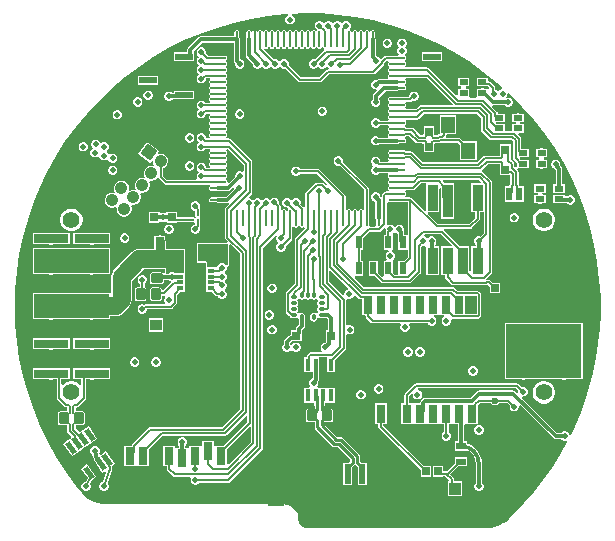
<source format=gtl>
G04*
G04 #@! TF.GenerationSoftware,Altium Limited,Altium Designer,24.4.1 (13)*
G04*
G04 Layer_Physical_Order=1*
G04 Layer_Color=255*
%FSLAX44Y44*%
%MOMM*%
G71*
G04*
G04 #@! TF.SameCoordinates,55532D4A-085B-46E5-86D8-018E79720E20*
G04*
G04*
G04 #@! TF.FilePolarity,Positive*
G04*
G01*
G75*
%ADD12C,0.2000*%
%ADD17R,0.5500X0.3500*%
%ADD18R,1.6200X2.4000*%
%ADD19R,1.0000X2.7000*%
%ADD20R,0.6000X1.7000*%
G04:AMPARAMS|DCode=21|XSize=0.95mm|YSize=0.8mm|CornerRadius=0.1mm|HoleSize=0mm|Usage=FLASHONLY|Rotation=90.000|XOffset=0mm|YOffset=0mm|HoleType=Round|Shape=RoundedRectangle|*
%AMROUNDEDRECTD21*
21,1,0.9500,0.6000,0,0,90.0*
21,1,0.7500,0.8000,0,0,90.0*
1,1,0.2000,0.3000,0.3750*
1,1,0.2000,0.3000,-0.3750*
1,1,0.2000,-0.3000,-0.3750*
1,1,0.2000,-0.3000,0.3750*
%
%ADD21ROUNDEDRECTD21*%
%ADD22R,0.7154X0.6725*%
%ADD23R,0.4500X1.1000*%
G04:AMPARAMS|DCode=24|XSize=1.1mm|YSize=0.45mm|CornerRadius=0mm|HoleSize=0mm|Usage=FLASHONLY|Rotation=125.000|XOffset=0mm|YOffset=0mm|HoleType=Round|Shape=Rectangle|*
%AMROTATEDRECTD24*
4,1,4,0.4998,-0.3215,0.1312,-0.5796,-0.4998,0.3215,-0.1312,0.5796,0.4998,-0.3215,0.0*
%
%ADD24ROTATEDRECTD24*%

%ADD25R,1.2000X1.4000*%
%ADD26R,0.6725X0.7154*%
%ADD27R,0.5750X1.1400*%
%ADD28R,0.6500X0.6500*%
%ADD29R,2.9200X0.7400*%
%ADD30R,0.9000X2.2500*%
%ADD31R,0.9000X2.8000*%
%ADD32R,0.8000X1.5000*%
%ADD33R,1.3000X1.4000*%
%ADD34R,1.0000X0.9500*%
%ADD35R,1.4000X1.9000*%
G04:AMPARAMS|DCode=36|XSize=0.2125mm|YSize=1.3552mm|CornerRadius=0.1062mm|HoleSize=0mm|Usage=FLASHONLY|Rotation=180.000|XOffset=0mm|YOffset=0mm|HoleType=Round|Shape=RoundedRectangle|*
%AMROUNDEDRECTD36*
21,1,0.2125,1.1428,0,0,180.0*
21,1,0.0000,1.3552,0,0,180.0*
1,1,0.2125,0.0000,0.5714*
1,1,0.2125,0.0000,0.5714*
1,1,0.2125,0.0000,-0.5714*
1,1,0.2125,0.0000,-0.5714*
%
%ADD36ROUNDEDRECTD36*%
G04:AMPARAMS|DCode=37|XSize=1.3552mm|YSize=0.2125mm|CornerRadius=0.1062mm|HoleSize=0mm|Usage=FLASHONLY|Rotation=180.000|XOffset=0mm|YOffset=0mm|HoleType=Round|Shape=RoundedRectangle|*
%AMROUNDEDRECTD37*
21,1,1.3552,0.0000,0,0,180.0*
21,1,1.1428,0.2125,0,0,180.0*
1,1,0.2125,-0.5714,0.0000*
1,1,0.2125,0.5714,0.0000*
1,1,0.2125,0.5714,0.0000*
1,1,0.2125,-0.5714,0.0000*
%
%ADD37ROUNDEDRECTD37*%
%ADD38R,1.3552X0.2125*%
%ADD39R,0.8000X1.5500*%
%ADD40R,0.6500X0.6500*%
G04:AMPARAMS|DCode=41|XSize=0.95mm|YSize=0.8mm|CornerRadius=0.1mm|HoleSize=0mm|Usage=FLASHONLY|Rotation=0.000|XOffset=0mm|YOffset=0mm|HoleType=Round|Shape=RoundedRectangle|*
%AMROUNDEDRECTD41*
21,1,0.9500,0.6000,0,0,0.0*
21,1,0.7500,0.8000,0,0,0.0*
1,1,0.2000,0.3750,-0.3000*
1,1,0.2000,-0.3750,-0.3000*
1,1,0.2000,-0.3750,0.3000*
1,1,0.2000,0.3750,0.3000*
%
%ADD41ROUNDEDRECTD41*%
%ADD42R,0.8000X0.5000*%
%ADD43C,0.2300*%
%ADD44O,0.5500X0.3500*%
%ADD45O,0.3500X0.5500*%
%ADD46R,0.8500X0.6250*%
%ADD47R,1.5000X0.5500*%
%ADD48R,0.6000X1.1000*%
%ADD59R,1.0500X2.2000*%
%ADD60R,1.0000X1.0500*%
%ADD72C,0.3000*%
%ADD73C,0.6000*%
%ADD74C,0.1994*%
%ADD75C,0.2540*%
%ADD76C,1.5000*%
%ADD77C,0.7500*%
%ADD78C,1.4000*%
%ADD79C,1.0600*%
%ADD80P,1.4991X4X98.0*%
%ADD81C,0.5000*%
%ADD82C,0.7000*%
G36*
X10895Y247833D02*
X25706Y246737D01*
X40425Y244756D01*
X54999Y241898D01*
X69376Y238174D01*
X83504Y233595D01*
X97333Y228180D01*
X110813Y221946D01*
X123896Y214917D01*
X136535Y207118D01*
X148684Y198577D01*
X160301Y189323D01*
X164807Y185270D01*
X164320Y184000D01*
X164204D01*
X162734Y183391D01*
X162073Y182730D01*
X161250Y182407D01*
X160427Y182730D01*
X159766Y183391D01*
X158982Y183716D01*
Y184724D01*
X158982Y184724D01*
X158825Y185511D01*
X158379Y186178D01*
X158379Y186178D01*
X154900Y189657D01*
X154233Y190103D01*
X153447Y190259D01*
X153016Y191383D01*
Y193016D01*
X142984D01*
Y185984D01*
X152759D01*
X153769Y184974D01*
X152931Y184016D01*
X149964D01*
X148796Y184500D01*
X147204D01*
X146036Y184016D01*
X142984D01*
Y177358D01*
X142984Y176984D01*
X142085Y176087D01*
X137915D01*
X137016Y176984D01*
Y184016D01*
X133964D01*
X133943Y184025D01*
X133753Y185478D01*
X134355Y185984D01*
X137016D01*
Y193016D01*
X133964D01*
X132796Y193500D01*
X131204D01*
X130036Y193016D01*
X126984D01*
Y185984D01*
X130036D01*
X130057Y185975D01*
X130247Y184522D01*
X129644Y184016D01*
X126984D01*
Y178848D01*
X125811Y178361D01*
X102719Y201453D01*
X102052Y201899D01*
X101265Y202055D01*
X101265Y202055D01*
X83089D01*
X82704Y203326D01*
X82967Y203502D01*
X83426Y204189D01*
X83588Y205000D01*
X83426Y205811D01*
X82967Y206498D01*
X82522Y206796D01*
X82409Y207380D01*
Y207620D01*
X82522Y208204D01*
X82967Y208502D01*
X83426Y209189D01*
X83588Y210000D01*
X83426Y210811D01*
X82967Y211498D01*
X82876Y211560D01*
X82843Y211616D01*
X82723Y213061D01*
X82727Y213070D01*
X83391Y213734D01*
X84000Y215204D01*
Y216796D01*
X83391Y218266D01*
X82407Y219250D01*
X83391Y220234D01*
X84000Y221704D01*
Y223296D01*
X83391Y224766D01*
X82266Y225891D01*
X80796Y226500D01*
X79204D01*
X77734Y225891D01*
X76609Y224766D01*
X76000Y223296D01*
Y221704D01*
X76609Y220234D01*
X77593Y219250D01*
X76609Y218266D01*
X76000Y216796D01*
Y215204D01*
X76609Y213734D01*
X76954Y213389D01*
X76428Y212119D01*
X70041D01*
X69721Y212055D01*
X65979D01*
X65192Y211899D01*
X64525Y211453D01*
X64525Y211453D01*
X62269Y209198D01*
X61024Y209445D01*
X60891Y209766D01*
X59766Y210891D01*
X58296Y211500D01*
X57669D01*
X57565Y211604D01*
Y225755D01*
X57370Y226737D01*
X57119Y227112D01*
Y231469D01*
X56958Y232279D01*
X56498Y232967D01*
X55811Y233426D01*
X55000Y233588D01*
X54189Y233426D01*
X53502Y232967D01*
X53204Y232522D01*
X52620Y232409D01*
X52380D01*
X51796Y232522D01*
X51498Y232967D01*
X50811Y233426D01*
X50000Y233588D01*
X49189Y233426D01*
X48502Y232967D01*
X48204Y232522D01*
X47620Y232409D01*
X47380D01*
X46796Y232522D01*
X46498Y232967D01*
X45811Y233426D01*
X45000Y233588D01*
X44189Y233426D01*
X43502Y232967D01*
X43204Y232522D01*
X42620Y232409D01*
X42380D01*
X41796Y232522D01*
X41498Y232967D01*
X40811Y233426D01*
X40000Y233588D01*
X39189Y233426D01*
X38502Y232967D01*
X38204Y232522D01*
X37620Y232409D01*
X37380D01*
X36796Y232522D01*
X36498Y232967D01*
X35852Y233399D01*
X35809Y233433D01*
X35450Y234793D01*
X35891Y235234D01*
X36500Y236704D01*
Y238296D01*
X35891Y239766D01*
X34766Y240891D01*
X33296Y241500D01*
X31704D01*
X30234Y240891D01*
X29573Y240230D01*
X28750Y239907D01*
X27927Y240230D01*
X27266Y240891D01*
X25796Y241500D01*
X24204D01*
X22734Y240891D01*
X22073Y240230D01*
X21250Y239907D01*
X20427Y240230D01*
X19766Y240891D01*
X18296Y241500D01*
X16704D01*
X15234Y240891D01*
X14573Y240230D01*
X13750Y239907D01*
X12927Y240230D01*
X12266Y240891D01*
X10796Y241500D01*
X9204D01*
X7734Y240891D01*
X6609Y239766D01*
X6000Y238296D01*
Y236704D01*
X6609Y235234D01*
X7521Y234322D01*
X7511Y233151D01*
X7508Y233137D01*
X6498Y232967D01*
X5811Y233426D01*
X5000Y233588D01*
X4189Y233426D01*
X3502Y232967D01*
X3204Y232522D01*
X2620Y232409D01*
X2380D01*
X1796Y232522D01*
X1498Y232967D01*
X811Y233426D01*
X0Y233588D01*
X-811Y233426D01*
X-1498Y232967D01*
X-1796Y232522D01*
X-2380Y232409D01*
X-2620D01*
X-3204Y232522D01*
X-3502Y232967D01*
X-4189Y233426D01*
X-5000Y233588D01*
X-5811Y233426D01*
X-6498Y232967D01*
X-6796Y232522D01*
X-7380Y232409D01*
X-7620D01*
X-8204Y232522D01*
X-8502Y232967D01*
X-9189Y233426D01*
X-10000Y233588D01*
X-10811Y233426D01*
X-11499Y232967D01*
X-11796Y232522D01*
X-12380Y232409D01*
X-12620D01*
X-13204Y232522D01*
X-13502Y232967D01*
X-14189Y233426D01*
X-15000Y233588D01*
X-15811Y233426D01*
X-16498Y232967D01*
X-16796Y232522D01*
X-17380Y232409D01*
X-17620D01*
X-18204Y232522D01*
X-18502Y232967D01*
X-19189Y233426D01*
X-20000Y233588D01*
X-20811Y233426D01*
X-21498Y232967D01*
X-21796Y232522D01*
X-22380Y232409D01*
X-22620D01*
X-23204Y232522D01*
X-23502Y232967D01*
X-24189Y233426D01*
X-25000Y233588D01*
X-25811Y233426D01*
X-26498Y232967D01*
X-26796Y232522D01*
X-27380Y232409D01*
X-27620D01*
X-28204Y232522D01*
X-28502Y232967D01*
X-29189Y233426D01*
X-30000Y233588D01*
X-30811Y233426D01*
X-31498Y232967D01*
X-31796Y232522D01*
X-32380Y232409D01*
X-32620D01*
X-33204Y232522D01*
X-33502Y232967D01*
X-34189Y233426D01*
X-35000Y233588D01*
X-35811Y233426D01*
X-36498Y232967D01*
X-36796Y232522D01*
X-37380Y232409D01*
X-37620D01*
X-38204Y232522D01*
X-38502Y232967D01*
X-39189Y233426D01*
X-40000Y233588D01*
X-40811Y233426D01*
X-41498Y232967D01*
X-41796Y232522D01*
X-42380Y232409D01*
X-42620D01*
X-43204Y232522D01*
X-43502Y232967D01*
X-44189Y233426D01*
X-45000Y233588D01*
X-45811Y233426D01*
X-46498Y232967D01*
X-46796Y232522D01*
X-47380Y232409D01*
X-47620D01*
X-48204Y232522D01*
X-48502Y232967D01*
X-49189Y233426D01*
X-50000Y233588D01*
X-50811Y233426D01*
X-51498Y232967D01*
X-51958Y232280D01*
X-52119Y231469D01*
Y227112D01*
X-52370Y226737D01*
X-52565Y225755D01*
Y212500D01*
X-52370Y211518D01*
X-51814Y210686D01*
X-46500Y205372D01*
Y204204D01*
X-45891Y202734D01*
X-44766Y201609D01*
X-43296Y201000D01*
X-41704D01*
X-40234Y201609D01*
X-39573Y202270D01*
X-38750Y202593D01*
X-37927Y202270D01*
X-37266Y201609D01*
X-35796Y201000D01*
X-34204D01*
X-32734Y201609D01*
X-32073Y202270D01*
X-31250Y202593D01*
X-30427Y202270D01*
X-29766Y201609D01*
X-28296Y201000D01*
X-26704D01*
X-25234Y201609D01*
X-24573Y202270D01*
X-23750Y202593D01*
X-22927Y202270D01*
X-22266Y201609D01*
X-20796Y201000D01*
X-19204D01*
X-18994Y201087D01*
X-8282Y190375D01*
X-7615Y189929D01*
X-6828Y189773D01*
X10828D01*
X10828Y189773D01*
X11615Y189929D01*
X12282Y190375D01*
X18203Y196296D01*
X55423D01*
X55423Y196296D01*
X56210Y196453D01*
X56876Y196898D01*
X64228Y204250D01*
X64674Y204917D01*
X64830Y205704D01*
X64830Y205704D01*
Y205945D01*
X66830Y207945D01*
X68421D01*
X68806Y206674D01*
X68543Y206498D01*
X68083Y205811D01*
X67922Y205000D01*
X68083Y204189D01*
X68543Y203502D01*
X68987Y203204D01*
X69101Y202620D01*
Y202380D01*
X68987Y201796D01*
X68543Y201498D01*
X68083Y200811D01*
X67922Y200000D01*
X68083Y199189D01*
X68543Y198502D01*
X68987Y198204D01*
X69101Y197620D01*
Y197380D01*
X68987Y196796D01*
X68543Y196498D01*
X68083Y195811D01*
X67922Y195000D01*
X68083Y194189D01*
X68320Y193835D01*
X67895Y192730D01*
X67757Y192565D01*
X60541D01*
X59559Y192370D01*
X58727Y191814D01*
X58379Y191465D01*
X58296Y191500D01*
X56704D01*
X55234Y190891D01*
X54109Y189766D01*
X53500Y188296D01*
Y186704D01*
X54109Y185234D01*
X55234Y184109D01*
X56704Y183500D01*
X58076D01*
X58504Y182893D01*
X58699Y182327D01*
X55686Y179314D01*
X55130Y178482D01*
X54935Y177500D01*
Y175592D01*
X54109Y174766D01*
X53500Y173296D01*
Y171704D01*
X54109Y170234D01*
X55234Y169109D01*
X56704Y168500D01*
X58296D01*
X59766Y169109D01*
X60891Y170234D01*
X61500Y171704D01*
Y173296D01*
X60891Y174766D01*
X60065Y175592D01*
Y176437D01*
X66063Y182435D01*
X75755D01*
X76736Y182630D01*
X77112Y182881D01*
X81469D01*
X82280Y183042D01*
X82967Y183502D01*
X83426Y184189D01*
X83588Y185000D01*
X83426Y185811D01*
X82967Y186498D01*
X82522Y186796D01*
X82409Y187380D01*
Y187620D01*
X82522Y188204D01*
X82967Y188502D01*
X83426Y189189D01*
X83588Y190000D01*
X83426Y190811D01*
X82967Y191498D01*
X82704Y191674D01*
X83089Y192945D01*
X101149D01*
X122864Y171229D01*
X122378Y170056D01*
X96000D01*
X96000Y170056D01*
X95213Y169899D01*
X94546Y169454D01*
X94546Y169453D01*
X92149Y167055D01*
X83089D01*
X82704Y168326D01*
X82967Y168502D01*
X83426Y169189D01*
X83588Y170000D01*
X83426Y170811D01*
X82967Y171498D01*
X82704Y171674D01*
X83089Y172945D01*
X86688D01*
X86688Y172945D01*
X87475Y173101D01*
X88142Y173547D01*
X88420Y173825D01*
X89204Y173500D01*
X90796D01*
X92266Y174109D01*
X93391Y175234D01*
X94000Y176704D01*
Y178296D01*
X93391Y179766D01*
X92266Y180891D01*
X90796Y181500D01*
X89204D01*
X87734Y180891D01*
X86609Y179766D01*
X86000Y178296D01*
Y177219D01*
X85837Y177055D01*
X81788D01*
X81469Y177119D01*
X70041D01*
X69230Y176958D01*
X68543Y176498D01*
X68083Y175811D01*
X67922Y175000D01*
X68083Y174189D01*
X68543Y173502D01*
X68987Y173204D01*
X69101Y172620D01*
Y172380D01*
X68987Y171796D01*
X68543Y171498D01*
X68083Y170811D01*
X67922Y170000D01*
X68083Y169189D01*
X68543Y168502D01*
X68987Y168204D01*
X69101Y167620D01*
Y167380D01*
X68987Y166796D01*
X68543Y166498D01*
X68083Y165811D01*
X67922Y165000D01*
X68083Y164189D01*
X68543Y163502D01*
X68987Y163204D01*
X69101Y162621D01*
Y162380D01*
X68987Y161796D01*
X68543Y161499D01*
X68083Y160811D01*
X67922Y160000D01*
X68083Y159189D01*
X68543Y158502D01*
X68806Y158326D01*
X68421Y157056D01*
X60978D01*
X60891Y157266D01*
X59766Y158391D01*
X58296Y159000D01*
X56704D01*
X55234Y158391D01*
X54109Y157266D01*
X53500Y155796D01*
Y154204D01*
X54109Y152734D01*
X55234Y151609D01*
X56704Y151000D01*
X58296D01*
X59766Y151609D01*
X60891Y152734D01*
X60978Y152944D01*
X68421D01*
X68806Y151674D01*
X68543Y151498D01*
X68083Y150811D01*
X67922Y150000D01*
X68083Y149189D01*
X68543Y148502D01*
X68987Y148204D01*
X69101Y147620D01*
Y147380D01*
X68987Y146796D01*
X68543Y146498D01*
X68083Y145811D01*
X67922Y145000D01*
X68083Y144189D01*
X68320Y143835D01*
X67895Y142730D01*
X67757Y142565D01*
X60592D01*
X59766Y143391D01*
X58296Y144000D01*
X56704D01*
X55234Y143391D01*
X54109Y142266D01*
X53500Y140796D01*
Y139204D01*
X54109Y137734D01*
X55234Y136609D01*
X56704Y136000D01*
X58296D01*
X59766Y136609D01*
X60592Y137435D01*
X75755D01*
X76736Y137630D01*
X77112Y137881D01*
X81469D01*
X82280Y138042D01*
X82967Y138502D01*
X83426Y139189D01*
X83588Y140000D01*
X83426Y140811D01*
X82967Y141498D01*
X82522Y141796D01*
X82409Y142380D01*
Y142620D01*
X82522Y143204D01*
X82967Y143502D01*
X83080Y143671D01*
X83346Y143937D01*
X86187D01*
X91835Y138289D01*
X91835Y138288D01*
X92502Y137843D01*
X93289Y137687D01*
X97031D01*
X98082Y137148D01*
X98122Y136949D01*
Y130193D01*
X106878D01*
Y136949D01*
X106918Y137148D01*
X107969Y137687D01*
X111391D01*
X111391Y137687D01*
X112178Y137843D01*
X112844Y138288D01*
X113016Y138461D01*
X115217D01*
X115217Y138461D01*
X115493Y138515D01*
X127078D01*
X128984Y136609D01*
Y123484D01*
X143016D01*
Y139516D01*
X131891D01*
X129382Y142024D01*
X128716Y142470D01*
X127929Y142626D01*
X127929Y142626D01*
X117704D01*
X117209Y143277D01*
X117025Y143896D01*
X117039Y143917D01*
X117195Y144704D01*
X118085Y145484D01*
X126016D01*
Y161516D01*
X111984D01*
Y146232D01*
X110916Y145588D01*
X110129Y145431D01*
X109462Y144986D01*
X109290Y144813D01*
X107969D01*
X106918Y145352D01*
X106878Y145551D01*
Y152307D01*
X98122D01*
Y145551D01*
X98082Y145352D01*
X97031Y144813D01*
X95389D01*
X89741Y150461D01*
X89074Y150907D01*
X88288Y151063D01*
X88288Y151063D01*
X83346D01*
X83080Y151329D01*
X82967Y151498D01*
X82522Y151796D01*
X82409Y152380D01*
Y152620D01*
X82522Y153204D01*
X82967Y153502D01*
X83426Y154189D01*
X83588Y155000D01*
X83426Y155811D01*
X82967Y156498D01*
X82704Y156674D01*
X83089Y157944D01*
X92500D01*
X92500Y157944D01*
X93287Y158101D01*
X93954Y158547D01*
X98335Y162929D01*
X143619D01*
X146945Y159603D01*
Y149000D01*
X146945Y149000D01*
X147101Y148213D01*
X147547Y147547D01*
X153579Y141515D01*
X154245Y141069D01*
X155032Y140913D01*
X155032Y140913D01*
X172477D01*
X173929Y139461D01*
Y125016D01*
X173929Y125016D01*
X174085Y124229D01*
X174531Y123562D01*
X176984Y121109D01*
Y118094D01*
X176210Y117678D01*
X175788Y117565D01*
X175014Y118176D01*
Y120191D01*
X175014Y120191D01*
X174857Y120977D01*
X174412Y121644D01*
X174412Y121644D01*
X171918Y124138D01*
Y130138D01*
X171918Y130138D01*
X171878Y130336D01*
Y136878D01*
X162693D01*
Y130336D01*
X162653Y130138D01*
X162653Y130138D01*
Y127313D01*
X150258D01*
X149471Y127157D01*
X148805Y126712D01*
X143770Y121677D01*
X97995D01*
X89211Y130462D01*
X88544Y130907D01*
X87757Y131063D01*
X87757Y131063D01*
X83346D01*
X83080Y131329D01*
X82967Y131498D01*
X82280Y131958D01*
X81469Y132119D01*
X70041D01*
X69230Y131958D01*
X68543Y131498D01*
X68083Y130811D01*
X67922Y130000D01*
X68083Y129189D01*
X68543Y128502D01*
X68987Y128204D01*
X69101Y127620D01*
Y127380D01*
X68987Y126796D01*
X68543Y126498D01*
X68083Y125811D01*
X67922Y125000D01*
X68083Y124189D01*
X68543Y123502D01*
X68806Y123326D01*
X68421Y122056D01*
X61663D01*
X61500Y122219D01*
Y123296D01*
X60891Y124766D01*
X59766Y125891D01*
X58296Y126500D01*
X56704D01*
X55234Y125891D01*
X54109Y124766D01*
X53500Y123296D01*
Y121704D01*
X54109Y120234D01*
X54770Y119573D01*
X55093Y118750D01*
X54770Y117927D01*
X54109Y117266D01*
X53500Y115796D01*
Y114204D01*
X54109Y112734D01*
X55234Y111609D01*
X56704Y111000D01*
X58296D01*
X59766Y111609D01*
X60592Y112435D01*
X67757D01*
X67895Y112270D01*
X68320Y111165D01*
X68083Y110811D01*
X67922Y110000D01*
X68083Y109189D01*
X68543Y108502D01*
X68987Y108204D01*
X69101Y107620D01*
Y107380D01*
X68987Y106796D01*
X68543Y106498D01*
X68083Y105811D01*
X67922Y105000D01*
X68083Y104189D01*
X68543Y103502D01*
X68987Y103204D01*
X69101Y102620D01*
Y102380D01*
X68987Y101796D01*
X68543Y101498D01*
X68083Y100811D01*
X67922Y100000D01*
X68083Y99189D01*
X68543Y98502D01*
X68806Y98326D01*
X68421Y97056D01*
X66172D01*
X66172Y97056D01*
X65385Y96899D01*
X64718Y96454D01*
X64718Y96453D01*
X63547Y95282D01*
X63101Y94615D01*
X62944Y93828D01*
X62944Y93828D01*
Y93116D01*
X61811Y92374D01*
X61674Y92398D01*
X61500Y92670D01*
Y93296D01*
X60891Y94766D01*
X59766Y95891D01*
X58296Y96500D01*
X56704D01*
X55234Y95891D01*
X54109Y94766D01*
X53500Y93296D01*
Y91704D01*
X54109Y90234D01*
X55234Y89109D01*
X56704Y88500D01*
X57331D01*
X57435Y88396D01*
Y74245D01*
X57630Y73264D01*
X57881Y72888D01*
Y68531D01*
X57922Y68326D01*
X57075Y67056D01*
X53022D01*
X52855Y67160D01*
X52078Y68326D01*
X52119Y68531D01*
Y79959D01*
X52056Y80279D01*
Y99000D01*
X52056Y99000D01*
X51899Y99787D01*
X51453Y100454D01*
X29913Y121994D01*
X30000Y122204D01*
Y123796D01*
X29391Y125266D01*
X28266Y126391D01*
X26796Y127000D01*
X25204D01*
X23734Y126391D01*
X22609Y125266D01*
X22000Y123796D01*
Y122204D01*
X22609Y120734D01*
X23734Y119609D01*
X25204Y119000D01*
X26796D01*
X27006Y119087D01*
X47944Y98149D01*
Y81579D01*
X46674Y81194D01*
X46498Y81457D01*
X45811Y81917D01*
X45000Y82078D01*
X44189Y81917D01*
X43502Y81457D01*
X43204Y81013D01*
X42620Y80899D01*
X42380D01*
X41796Y81013D01*
X41498Y81457D01*
X40811Y81917D01*
X40000Y82078D01*
X39189Y81917D01*
X38502Y81457D01*
X38204Y81013D01*
X37620Y80899D01*
X37380D01*
X36796Y81013D01*
X36498Y81457D01*
X35811Y81917D01*
X35000Y82078D01*
X34189Y81917D01*
X33502Y81457D01*
X33326Y81194D01*
X32055Y81579D01*
Y93000D01*
X31899Y93787D01*
X31453Y94453D01*
X31453Y94454D01*
X10453Y115454D01*
X9787Y115899D01*
X9000Y116055D01*
X9000Y116055D01*
X-6522D01*
X-6609Y116266D01*
X-7734Y117391D01*
X-9204Y118000D01*
X-10796D01*
X-12266Y117391D01*
X-13391Y116266D01*
X-14000Y114796D01*
Y113204D01*
X-13391Y111734D01*
X-12266Y110609D01*
X-10796Y110000D01*
X-9204D01*
X-7734Y110609D01*
X-6609Y111734D01*
X-6522Y111945D01*
X8149D01*
X16454Y103639D01*
X16036Y102261D01*
X15711Y102196D01*
X13953Y103954D01*
X13287Y104399D01*
X12500Y104556D01*
X12500Y104556D01*
X7929D01*
X7929Y104556D01*
X7142Y104399D01*
X6475Y103954D01*
X-1453Y96025D01*
X-1899Y95358D01*
X-2056Y94571D01*
X-2056Y94571D01*
Y84008D01*
X-3325Y83623D01*
X-3547Y83954D01*
X-6087Y86494D01*
X-6000Y86704D01*
Y88296D01*
X-6609Y89766D01*
X-7734Y90891D01*
X-9204Y91500D01*
X-10796D01*
X-12266Y90891D01*
X-12927Y90230D01*
X-13750Y89907D01*
X-14573Y90230D01*
X-15234Y90891D01*
X-16704Y91500D01*
X-18296D01*
X-19766Y90891D01*
X-20891Y89766D01*
X-21500Y88296D01*
Y86704D01*
X-20891Y85234D01*
X-19766Y84109D01*
X-18296Y83500D01*
X-17132D01*
X-16411Y82760D01*
X-16498Y81457D01*
X-16796Y81013D01*
X-17380Y80899D01*
X-17620D01*
X-18204Y81013D01*
X-18502Y81457D01*
X-19189Y81917D01*
X-20000Y82078D01*
X-20811Y81917D01*
X-21498Y81457D01*
X-21674Y81194D01*
X-22945Y81579D01*
Y84571D01*
X-22945Y84571D01*
X-23101Y85358D01*
X-23547Y86025D01*
X-23547Y86025D01*
X-24302Y86780D01*
X-24214Y86990D01*
Y88581D01*
X-24824Y90051D01*
X-25949Y91177D01*
X-27419Y91785D01*
X-29010D01*
X-30480Y91177D01*
X-31606Y90051D01*
X-31847Y90003D01*
X-32734Y90891D01*
X-34204Y91500D01*
X-35796D01*
X-37266Y90891D01*
X-37927Y90230D01*
X-38750Y89907D01*
X-39573Y90230D01*
X-40234Y90891D01*
X-41704Y91500D01*
X-43296D01*
X-44766Y90891D01*
X-45427Y90230D01*
X-46250Y89907D01*
X-47073Y90230D01*
X-47734Y90891D01*
X-49204Y91500D01*
X-49532D01*
X-50058Y92770D01*
X-47531Y95297D01*
X-47530Y95297D01*
X-47085Y95964D01*
X-46929Y96751D01*
X-46929Y96751D01*
Y121984D01*
X-46929Y121984D01*
X-47085Y122771D01*
X-47530Y123438D01*
X-47531Y123438D01*
X-65546Y141453D01*
X-66213Y141899D01*
X-67000Y142056D01*
X-67000Y142056D01*
X-68421D01*
X-68806Y143326D01*
X-68543Y143502D01*
X-68083Y144189D01*
X-67922Y145000D01*
X-68083Y145811D01*
X-68543Y146498D01*
X-68987Y146796D01*
X-69101Y147380D01*
Y147620D01*
X-68987Y148204D01*
X-68543Y148502D01*
X-68083Y149189D01*
X-67922Y150000D01*
X-68083Y150811D01*
X-68543Y151498D01*
X-68987Y151796D01*
X-69101Y152380D01*
Y152620D01*
X-68987Y153204D01*
X-68543Y153502D01*
X-68083Y154189D01*
X-67922Y155000D01*
X-68083Y155811D01*
X-68543Y156498D01*
X-68987Y156796D01*
X-69101Y157380D01*
Y157620D01*
X-68987Y158204D01*
X-68543Y158502D01*
X-68083Y159189D01*
X-67922Y160000D01*
X-68083Y160811D01*
X-68543Y161499D01*
X-68987Y161796D01*
X-69101Y162380D01*
Y162621D01*
X-68987Y163204D01*
X-68543Y163502D01*
X-68083Y164189D01*
X-67922Y165000D01*
X-68083Y165811D01*
X-68543Y166498D01*
X-68987Y166796D01*
X-69101Y167380D01*
Y167620D01*
X-68987Y168204D01*
X-68543Y168502D01*
X-68083Y169189D01*
X-67922Y170000D01*
X-68083Y170811D01*
X-68543Y171498D01*
X-68987Y171796D01*
X-69101Y172380D01*
Y172620D01*
X-68987Y173204D01*
X-68543Y173502D01*
X-68083Y174189D01*
X-67922Y175000D01*
X-68083Y175811D01*
X-68543Y176498D01*
X-68987Y176796D01*
X-69101Y177380D01*
X-69101Y177620D01*
X-68987Y178204D01*
X-68543Y178502D01*
X-68083Y179189D01*
X-67922Y180000D01*
X-68083Y180811D01*
X-68543Y181498D01*
X-68987Y181796D01*
X-69101Y182380D01*
Y182620D01*
X-68987Y183204D01*
X-68543Y183502D01*
X-68083Y184189D01*
X-67922Y185000D01*
X-68083Y185811D01*
X-68543Y186498D01*
X-68987Y186796D01*
X-69101Y187380D01*
Y187620D01*
X-68987Y188204D01*
X-68543Y188502D01*
X-68083Y189189D01*
X-67922Y190000D01*
X-68083Y190811D01*
X-68543Y191498D01*
X-68987Y191796D01*
X-69101Y192380D01*
Y192620D01*
X-68987Y193204D01*
X-68543Y193502D01*
X-68083Y194189D01*
X-67922Y195000D01*
X-68083Y195811D01*
X-68543Y196498D01*
X-68987Y196796D01*
X-69101Y197380D01*
Y197620D01*
X-68987Y198204D01*
X-68543Y198502D01*
X-68083Y199189D01*
X-67922Y200000D01*
X-68083Y200811D01*
X-68543Y201498D01*
X-68987Y201796D01*
X-69101Y202380D01*
Y202620D01*
X-68987Y203204D01*
X-68543Y203502D01*
X-68083Y204189D01*
X-67922Y205000D01*
X-68083Y205811D01*
X-68543Y206498D01*
X-68987Y206796D01*
X-69101Y207380D01*
Y207620D01*
X-68987Y208204D01*
X-68543Y208502D01*
X-68083Y209189D01*
X-67922Y210000D01*
X-68083Y210811D01*
X-68543Y211498D01*
X-69230Y211958D01*
X-70041Y212119D01*
X-81469D01*
X-81788Y212055D01*
X-84149D01*
X-86087Y213994D01*
X-86000Y214204D01*
Y215796D01*
X-86609Y217266D01*
X-87734Y218391D01*
X-89204Y219000D01*
X-90796D01*
X-92266Y218391D01*
X-93391Y217266D01*
X-94000Y215796D01*
Y214204D01*
X-93391Y212734D01*
X-92730Y212073D01*
X-92407Y211250D01*
X-92730Y210427D01*
X-93391Y209766D01*
X-94000Y208296D01*
Y206704D01*
X-93391Y205234D01*
X-92730Y204573D01*
X-92407Y203750D01*
X-92730Y202927D01*
X-93391Y202266D01*
X-94000Y200796D01*
Y199204D01*
X-93391Y197734D01*
X-92730Y197073D01*
X-92407Y196250D01*
X-92730Y195427D01*
X-93391Y194766D01*
X-94000Y193296D01*
Y191704D01*
X-93391Y190234D01*
X-92266Y189109D01*
X-90796Y188500D01*
X-89204D01*
X-87734Y189109D01*
X-86609Y190234D01*
X-86000Y191704D01*
Y192781D01*
X-85837Y192945D01*
X-83089D01*
X-82704Y191674D01*
X-82967Y191498D01*
X-83426Y190811D01*
X-83588Y190000D01*
X-83426Y189189D01*
X-82967Y188502D01*
X-82522Y188204D01*
X-82409Y187620D01*
Y187380D01*
X-82522Y186796D01*
X-82967Y186498D01*
X-83426Y185811D01*
X-83588Y185000D01*
X-83426Y184189D01*
X-82967Y183502D01*
X-82522Y183204D01*
X-82409Y182620D01*
Y182380D01*
X-82522Y181796D01*
X-82967Y181498D01*
X-83426Y180811D01*
X-83588Y180000D01*
X-83426Y179189D01*
X-82967Y178502D01*
X-82522Y178204D01*
X-82409Y177620D01*
X-82409Y177380D01*
X-82522Y176796D01*
X-82967Y176498D01*
X-83426Y175811D01*
X-83588Y175000D01*
X-83426Y174189D01*
X-82967Y173502D01*
X-82677Y173308D01*
X-83062Y172038D01*
X-86494D01*
X-86573Y172230D01*
X-87699Y173356D01*
X-89169Y173965D01*
X-90760D01*
X-92230Y173356D01*
X-93356Y172230D01*
X-93965Y170760D01*
Y169169D01*
X-93356Y167699D01*
X-93054Y167397D01*
X-92373Y166429D01*
X-93054Y165738D01*
X-93494Y165298D01*
X-94103Y163828D01*
Y162236D01*
X-93494Y160766D01*
X-92369Y159641D01*
X-90899Y159032D01*
X-89307D01*
X-87837Y159641D01*
X-86712Y160766D01*
X-86103Y162236D01*
Y162945D01*
X-83089D01*
X-82704Y161674D01*
X-82967Y161499D01*
X-83426Y160811D01*
X-83588Y160000D01*
X-83426Y159189D01*
X-82967Y158502D01*
X-82522Y158204D01*
X-82409Y157620D01*
Y157380D01*
X-82522Y156796D01*
X-82967Y156498D01*
X-83426Y155811D01*
X-83588Y155000D01*
X-83426Y154189D01*
X-82967Y153502D01*
X-82522Y153204D01*
X-82409Y152620D01*
Y152380D01*
X-82522Y151796D01*
X-82967Y151498D01*
X-83426Y150811D01*
X-83588Y150000D01*
X-83426Y149189D01*
X-82967Y148502D01*
X-82522Y148204D01*
X-82409Y147620D01*
Y147380D01*
X-82522Y146796D01*
X-82967Y146498D01*
X-83426Y145811D01*
X-83588Y145000D01*
X-83426Y144189D01*
X-82967Y143502D01*
X-82704Y143326D01*
X-83089Y142056D01*
X-85837D01*
X-86000Y142219D01*
Y143296D01*
X-86609Y144766D01*
X-87734Y145891D01*
X-89204Y146500D01*
X-90796D01*
X-92266Y145891D01*
X-93391Y144766D01*
X-94000Y143296D01*
Y141704D01*
X-93391Y140234D01*
X-92730Y139573D01*
X-92407Y138750D01*
X-92730Y137927D01*
X-93391Y137266D01*
X-94000Y135796D01*
Y134204D01*
X-93391Y132734D01*
X-92266Y131609D01*
X-90796Y131000D01*
X-89204D01*
X-87734Y131609D01*
X-86609Y132734D01*
X-86522Y132944D01*
X-83089D01*
X-82704Y131674D01*
X-82967Y131498D01*
X-83426Y130811D01*
X-83588Y130000D01*
X-83426Y129189D01*
X-82967Y128502D01*
X-82522Y128204D01*
X-82409Y127620D01*
Y127380D01*
X-82522Y126796D01*
X-82967Y126498D01*
X-83426Y125811D01*
X-83588Y125000D01*
X-83426Y124189D01*
X-82967Y123502D01*
X-82522Y123204D01*
X-82409Y122620D01*
Y122380D01*
X-82522Y121796D01*
X-82967Y121498D01*
X-83426Y120811D01*
X-83588Y120000D01*
X-83426Y119189D01*
X-82967Y118502D01*
X-82704Y118326D01*
X-83089Y117056D01*
X-85837D01*
X-86000Y117219D01*
Y118296D01*
X-86609Y119766D01*
X-87734Y120891D01*
X-89204Y121500D01*
X-90796D01*
X-92266Y120891D01*
X-93391Y119766D01*
X-94000Y118296D01*
Y116704D01*
X-93391Y115234D01*
X-92730Y114573D01*
X-92407Y113750D01*
X-92730Y112927D01*
X-93391Y112266D01*
X-94000Y110796D01*
Y109204D01*
X-93636Y108326D01*
X-94372Y107056D01*
X-119149D01*
X-122516Y110423D01*
Y116553D01*
X-122448Y116563D01*
X-120283Y117838D01*
X-118771Y119845D01*
X-118142Y122277D01*
X-118491Y124765D01*
X-119767Y126930D01*
X-121774Y128442D01*
X-124206Y129072D01*
X-126358Y128769D01*
X-127076Y129688D01*
X-127138Y129845D01*
X-125869Y131529D01*
X-135957Y139131D01*
X-143559Y129042D01*
X-133471Y121440D01*
X-132202Y123124D01*
X-132034Y123108D01*
X-130953Y122671D01*
X-130651Y120519D01*
X-130242Y119825D01*
X-131069Y118727D01*
X-131849Y118929D01*
X-134337Y118579D01*
X-136502Y117304D01*
X-138014Y115297D01*
X-138644Y112865D01*
X-138294Y110377D01*
X-137885Y109683D01*
X-138712Y108585D01*
X-139492Y108786D01*
X-141980Y108437D01*
X-144145Y107161D01*
X-145658Y105155D01*
X-146287Y102722D01*
X-145937Y100234D01*
X-145528Y99540D01*
X-146355Y98442D01*
X-147135Y98644D01*
X-149623Y98294D01*
X-150317Y97885D01*
X-151415Y98713D01*
X-151214Y99492D01*
X-151563Y101980D01*
X-152839Y104145D01*
X-154845Y105658D01*
X-157278Y106287D01*
X-159766Y105937D01*
X-161931Y104662D01*
X-163443Y102655D01*
X-164072Y100223D01*
X-163723Y97734D01*
X-163314Y97040D01*
X-164141Y95942D01*
X-164921Y96144D01*
X-167409Y95794D01*
X-169574Y94519D01*
X-171086Y92512D01*
X-171716Y90080D01*
X-171366Y87591D01*
X-170091Y85427D01*
X-168084Y83914D01*
X-165651Y83285D01*
X-163163Y83635D01*
X-162469Y84044D01*
X-161371Y83216D01*
X-161573Y82437D01*
X-161223Y79949D01*
X-159948Y77783D01*
X-157941Y76271D01*
X-155508Y75642D01*
X-153020Y75992D01*
X-150855Y77267D01*
X-149343Y79274D01*
X-148714Y81706D01*
X-149064Y84195D01*
X-149473Y84889D01*
X-148645Y85986D01*
X-147865Y85785D01*
X-145377Y86135D01*
X-143212Y87410D01*
X-141700Y89417D01*
X-141071Y91849D01*
X-141421Y94337D01*
X-141830Y95031D01*
X-141002Y96129D01*
X-140223Y95928D01*
X-137734Y96277D01*
X-135569Y97553D01*
X-134057Y99559D01*
X-133428Y101992D01*
X-133778Y104480D01*
X-134186Y105174D01*
X-133359Y106272D01*
X-132579Y106070D01*
X-130091Y106420D01*
X-127926Y107695D01*
X-127549Y108195D01*
X-126025Y108118D01*
X-121454Y103547D01*
X-121454Y103546D01*
X-120787Y103101D01*
X-120000Y102944D01*
X-120000Y102944D01*
X-83089D01*
X-82704Y101674D01*
X-82967Y101498D01*
X-83426Y100811D01*
X-83588Y100000D01*
X-83426Y99189D01*
X-82967Y98502D01*
X-82280Y98042D01*
X-81469Y97881D01*
X-77112D01*
X-76736Y97630D01*
X-75755Y97435D01*
X-67500D01*
X-66518Y97630D01*
X-65686Y98186D01*
X-63858Y100015D01*
X-62480Y99597D01*
X-62405Y99223D01*
X-69063Y92565D01*
X-75755D01*
X-76736Y92370D01*
X-77112Y92119D01*
X-81469D01*
X-82280Y91958D01*
X-82967Y91498D01*
X-83426Y90811D01*
X-83588Y90000D01*
X-83426Y89189D01*
X-82967Y88502D01*
X-82280Y88042D01*
X-81469Y87881D01*
X-77112D01*
X-76736Y87630D01*
X-75755Y87435D01*
X-68000D01*
X-67087Y87616D01*
X-67007Y87562D01*
X-66480Y86427D01*
X-69469Y83438D01*
X-69915Y82771D01*
X-70072Y81984D01*
X-70072Y81984D01*
Y58016D01*
X-70072Y58016D01*
X-69915Y57229D01*
X-69469Y56562D01*
X-67777Y54870D01*
X-68303Y53600D01*
X-92500D01*
X-93278Y53278D01*
X-93600Y52500D01*
Y38016D01*
X-93278Y37238D01*
X-92500Y36916D01*
X-86742D01*
X-86662Y36722D01*
X-86100Y36490D01*
Y32766D01*
X-85916Y32322D01*
Y22234D01*
Y12234D01*
X-81291D01*
X-77986Y8929D01*
X-77986Y8929D01*
X-77319Y8484D01*
X-76533Y8327D01*
X-76137D01*
X-75891Y7734D01*
X-74766Y6609D01*
X-73296Y6000D01*
X-71704D01*
X-70234Y6609D01*
X-69109Y7734D01*
X-68500Y9204D01*
Y10796D01*
X-69109Y12266D01*
X-69770Y12927D01*
X-70093Y13750D01*
X-69770Y14573D01*
X-69109Y15234D01*
X-68500Y16704D01*
Y18296D01*
X-69109Y19766D01*
X-69770Y20427D01*
X-70093Y21250D01*
X-69770Y22073D01*
X-69109Y22734D01*
X-68500Y24204D01*
Y25796D01*
X-69109Y27266D01*
X-69770Y27927D01*
X-70093Y28750D01*
X-69770Y29573D01*
X-69109Y30234D01*
X-68500Y31704D01*
Y33296D01*
X-67394Y33944D01*
X-66722Y34222D01*
X-66400Y35000D01*
Y51697D01*
X-65130Y52223D01*
X-57151Y44245D01*
Y-87245D01*
X-72335Y-102429D01*
X-133484D01*
X-133484Y-102429D01*
X-134271Y-102585D01*
X-134937Y-103031D01*
X-134937Y-103031D01*
X-148553Y-116646D01*
X-148999Y-117313D01*
X-149152Y-118084D01*
X-155116D01*
Y-135116D01*
X-145386D01*
X-145084Y-135116D01*
Y-135116D01*
X-144116D01*
Y-135116D01*
X-134084D01*
Y-120991D01*
X-122649Y-109556D01*
X-70000D01*
X-70000Y-109556D01*
X-69213Y-109399D01*
X-68547Y-108954D01*
X-52293Y-92700D01*
X-51119Y-93186D01*
Y-98213D01*
X-70991Y-118084D01*
X-78116D01*
X-79084Y-117355D01*
Y-114084D01*
X-89116D01*
Y-117355D01*
X-90084Y-118084D01*
X-100116D01*
Y-119355D01*
X-101084Y-120084D01*
X-101386Y-120084D01*
X-103535D01*
Y-118091D01*
X-102709Y-117266D01*
X-102100Y-115796D01*
Y-114204D01*
X-102709Y-112734D01*
X-103834Y-111609D01*
X-105304Y-111000D01*
X-106896D01*
X-108366Y-111609D01*
X-109491Y-112734D01*
X-110100Y-114204D01*
Y-115796D01*
X-109491Y-117266D01*
X-108665Y-118091D01*
Y-120084D01*
X-110814D01*
X-111116Y-120084D01*
X-112084Y-119355D01*
Y-118084D01*
X-122116D01*
Y-135116D01*
X-119156D01*
Y-137900D01*
X-119156Y-137900D01*
X-118999Y-138687D01*
X-118553Y-139354D01*
X-113954Y-143954D01*
X-113287Y-144399D01*
X-112500Y-144556D01*
X-112500Y-144556D01*
X-99372D01*
X-98636Y-145826D01*
X-99000Y-146704D01*
Y-148296D01*
X-98391Y-149766D01*
X-97266Y-150891D01*
X-95796Y-151500D01*
X-94204D01*
X-92734Y-150891D01*
X-91609Y-149766D01*
X-91522Y-149556D01*
X-67500D01*
X-67500Y-149556D01*
X-66713Y-149399D01*
X-66047Y-148954D01*
X-38563Y-121469D01*
X-38117Y-120803D01*
X-37961Y-120016D01*
X-37961Y-120016D01*
Y49133D01*
X-27211Y59882D01*
X-26134Y59163D01*
X-26500Y58280D01*
Y56688D01*
X-25891Y55218D01*
X-25241Y54569D01*
X-24908Y53742D01*
X-25241Y52915D01*
X-25891Y52266D01*
X-26500Y50796D01*
Y49204D01*
X-25891Y47734D01*
X-24766Y46609D01*
X-23296Y46000D01*
X-21704D01*
X-20234Y46609D01*
X-19109Y47734D01*
X-18500Y49204D01*
Y50796D01*
X-18587Y51006D01*
X-13547Y56047D01*
X-13547Y56047D01*
X-13101Y56713D01*
X-12945Y57500D01*
Y66911D01*
X-11674Y67297D01*
X-11499Y67033D01*
X-10811Y66574D01*
X-10000Y66412D01*
X-9189Y66574D01*
X-8502Y67033D01*
X-8204Y67478D01*
X-7620Y67592D01*
X-7380D01*
X-6796Y67478D01*
X-6498Y67033D01*
X-5811Y66574D01*
X-5000Y66412D01*
X-4189Y66574D01*
X-3568Y66988D01*
X-3144Y66892D01*
X-2293Y66556D01*
X-2188Y65719D01*
X-10469Y57438D01*
X-10915Y56771D01*
X-11071Y55984D01*
X-11071Y55984D01*
Y18835D01*
X-17969Y11938D01*
X-18415Y11271D01*
X-18571Y10484D01*
X-18571Y10484D01*
Y-4060D01*
X-18571Y-4060D01*
X-18415Y-4846D01*
X-17969Y-5513D01*
X-15468Y-8015D01*
X-15355Y-8579D01*
X-14744Y-9494D01*
X-13829Y-10106D01*
X-12750Y-10320D01*
X-10750D01*
X-9671Y-10106D01*
X-9090Y-9718D01*
X-7969Y-10149D01*
X-7815Y-10277D01*
X-7606Y-11329D01*
X-7565Y-11389D01*
Y-15437D01*
X-9523Y-17395D01*
X-10079Y-18227D01*
X-10274Y-19209D01*
Y-20622D01*
X-14378D01*
Y-24300D01*
X-15344Y-24492D01*
X-16176Y-25048D01*
X-19314Y-28186D01*
X-19870Y-29018D01*
X-20065Y-30000D01*
Y-31909D01*
X-20891Y-32734D01*
X-21500Y-34204D01*
Y-35796D01*
X-20891Y-37266D01*
X-19766Y-38391D01*
X-18296Y-39000D01*
X-16704D01*
X-15234Y-38391D01*
X-14573Y-37730D01*
X-13750Y-37407D01*
X-12927Y-37730D01*
X-12266Y-38391D01*
X-10796Y-39000D01*
X-9204D01*
X-7734Y-38391D01*
X-6609Y-37266D01*
X-6000Y-35796D01*
Y-34204D01*
X-6609Y-32734D01*
X-7734Y-31609D01*
X-9204Y-31000D01*
X-10796D01*
X-12266Y-31609D01*
X-12927Y-32270D01*
X-13750Y-32593D01*
X-14573Y-32270D01*
X-14935Y-31909D01*
Y-31063D01*
X-13300Y-29428D01*
X-11434D01*
X-11186Y-29378D01*
X-5193D01*
Y-23386D01*
X-5144Y-23138D01*
Y-20271D01*
X-3186Y-18314D01*
X-2630Y-17482D01*
X-2435Y-16500D01*
Y-11389D01*
X-2394Y-11329D01*
X-2180Y-10250D01*
Y-8250D01*
X-2394Y-7171D01*
X-3006Y-6256D01*
X-3921Y-5645D01*
X-5000Y-5430D01*
X-6079Y-5645D01*
X-6895Y-6190D01*
X-7139Y-6235D01*
X-8160Y-6089D01*
X-8653Y-4913D01*
X-8518Y-4138D01*
X-8145Y-3579D01*
X-7930Y-2500D01*
X-8145Y-1421D01*
X-8518Y-862D01*
X-8668Y0D01*
X-8518Y862D01*
X-8145Y1421D01*
X-7930Y2500D01*
X-8145Y3579D01*
X-8518Y4138D01*
X-8652Y4913D01*
X-8160Y6089D01*
X-7139Y6235D01*
X-6895Y6190D01*
X-6079Y5645D01*
X-5000Y5430D01*
X-3921Y5645D01*
X-3362Y6018D01*
X-2500Y6168D01*
X-1638Y6018D01*
X-1079Y5645D01*
X0Y5430D01*
X1079Y5645D01*
X1994Y6256D01*
X3006D01*
X3921Y5645D01*
X5000Y5430D01*
X6079Y5645D01*
X6896Y6190D01*
X7139Y6235D01*
X8160Y6089D01*
X8653Y4913D01*
X8518Y4138D01*
X8145Y3579D01*
X7930Y2500D01*
X8145Y1421D01*
X8518Y862D01*
X8668Y0D01*
X8518Y-862D01*
X8145Y-1421D01*
X7930Y-2500D01*
X8145Y-3579D01*
X8518Y-4138D01*
X8653Y-4913D01*
X8160Y-6089D01*
X7139Y-6235D01*
X6896Y-6190D01*
X6079Y-5645D01*
X5000Y-5430D01*
X3921Y-5645D01*
X3006Y-6256D01*
X2394Y-7171D01*
X2180Y-8250D01*
Y-10250D01*
X2394Y-11329D01*
X3006Y-12244D01*
X3921Y-12855D01*
X5000Y-13070D01*
X6079Y-12855D01*
X6994Y-12244D01*
X7606Y-11329D01*
X7815Y-10277D01*
X7969Y-10149D01*
X9090Y-9718D01*
X9671Y-10106D01*
X10750Y-10320D01*
X12750D01*
X13829Y-10106D01*
X13889Y-10065D01*
X16437D01*
X17220Y-10848D01*
Y-20622D01*
X15193D01*
Y-26614D01*
X15144Y-26862D01*
Y-30687D01*
X14831Y-31000D01*
X14204D01*
X12734Y-31609D01*
X11609Y-32734D01*
X11000Y-34204D01*
Y-35796D01*
X11609Y-37266D01*
X12018Y-37675D01*
X11492Y-38944D01*
X2672D01*
X2672Y-38944D01*
X1885Y-39101D01*
X1218Y-39546D01*
X1218Y-39547D01*
X47Y-40718D01*
X-399Y-41385D01*
X-556Y-42172D01*
X-1424Y-42984D01*
X-3016D01*
Y-56016D01*
X4185D01*
Y-61008D01*
X2734Y-61609D01*
X1609Y-62734D01*
X1000Y-64204D01*
Y-65796D01*
X1609Y-67266D01*
X2057Y-67714D01*
X1531Y-68984D01*
X-3016D01*
Y-82016D01*
X5399D01*
Y-83062D01*
X5577Y-83954D01*
X5891Y-84424D01*
Y-86567D01*
X5763Y-86694D01*
X500D01*
X-287Y-86851D01*
X-953Y-87296D01*
X-1399Y-87963D01*
X-1556Y-88750D01*
Y-96250D01*
X-1399Y-97037D01*
X-953Y-97704D01*
X-287Y-98149D01*
X500Y-98306D01*
X5763D01*
X5891Y-98433D01*
Y-102493D01*
X6069Y-103385D01*
X6574Y-104141D01*
X20950Y-118517D01*
X21706Y-119022D01*
X22598Y-119199D01*
X25395D01*
X35891Y-129695D01*
Y-131313D01*
X34470Y-132734D01*
X29734D01*
Y-151766D01*
X37766D01*
Y-136030D01*
X39128Y-134668D01*
X40000Y-134022D01*
X40872Y-134668D01*
X42234Y-136030D01*
Y-151766D01*
X50266D01*
Y-132734D01*
X45530D01*
X44109Y-131313D01*
Y-127257D01*
X43931Y-126365D01*
X43426Y-125609D01*
X29482Y-111665D01*
X28726Y-111159D01*
X27834Y-110982D01*
X25036D01*
X14109Y-100055D01*
Y-98433D01*
X14237Y-98306D01*
X19500D01*
X20287Y-98149D01*
X20954Y-97704D01*
X21399Y-97037D01*
X21556Y-96250D01*
Y-88750D01*
X21399Y-87963D01*
X20954Y-87296D01*
X20287Y-86851D01*
X19500Y-86694D01*
X14237D01*
X14109Y-86567D01*
Y-84424D01*
X14423Y-83954D01*
X14601Y-83062D01*
Y-82016D01*
X23016D01*
Y-68984D01*
X8469D01*
X7943Y-67714D01*
X8391Y-67266D01*
X9000Y-65796D01*
Y-64204D01*
X8914Y-63998D01*
X9120Y-63691D01*
X9315Y-62709D01*
Y-56016D01*
X10016D01*
Y-43056D01*
X16484D01*
Y-56016D01*
X23016D01*
Y-45891D01*
X30453Y-38454D01*
X30454Y-38454D01*
X31969Y-36937D01*
X31969Y-36937D01*
X32415Y-36271D01*
X32571Y-35484D01*
Y-24372D01*
X33842Y-23636D01*
X34720Y-24000D01*
X36312D01*
X37782Y-23391D01*
X38907Y-22266D01*
X39516Y-20796D01*
Y-19204D01*
X38907Y-17734D01*
X37782Y-16609D01*
X36312Y-16000D01*
X34720D01*
X33842Y-16364D01*
X32571Y-15628D01*
Y5302D01*
X32992Y5745D01*
X33724Y6199D01*
X34204Y6000D01*
X35796D01*
X37266Y6609D01*
X38391Y7734D01*
X38881Y8916D01*
X40173Y9420D01*
X43297Y6297D01*
X43297Y6296D01*
X43963Y5851D01*
X44750Y5695D01*
X45984D01*
Y-7766D01*
X48155D01*
X49023Y-8579D01*
X49179Y-9365D01*
X49625Y-10032D01*
X53547Y-13953D01*
X53547Y-13953D01*
X54213Y-14399D01*
X55000Y-14555D01*
X78128D01*
X78864Y-15826D01*
X78500Y-16704D01*
Y-18296D01*
X79109Y-19766D01*
X80234Y-20891D01*
X81704Y-21500D01*
X83296D01*
X84766Y-20891D01*
X85891Y-19766D01*
X86500Y-18296D01*
Y-16704D01*
X86136Y-15826D01*
X86872Y-14555D01*
X101522D01*
X101609Y-14766D01*
X102734Y-15891D01*
X104204Y-16500D01*
X105796D01*
X107266Y-15891D01*
X108391Y-14766D01*
X109000Y-13296D01*
Y-11704D01*
X108391Y-10234D01*
X107266Y-9109D01*
X107090Y-9036D01*
X107342Y-7766D01*
X111016D01*
Y-7766D01*
X111984D01*
Y-7766D01*
X115158D01*
X115410Y-9036D01*
X115234Y-9109D01*
X114109Y-10234D01*
X113500Y-11704D01*
Y-13296D01*
X114109Y-14766D01*
X115234Y-15891D01*
X116704Y-16500D01*
X118296D01*
X119766Y-15891D01*
X120891Y-14766D01*
X121500Y-13296D01*
Y-11704D01*
X121937Y-11082D01*
X122463Y-10712D01*
X123016Y-10821D01*
X123016Y-10821D01*
X143835D01*
X143835Y-10821D01*
X144622Y-10665D01*
X145288Y-10220D01*
X146469Y-9039D01*
X146469Y-9039D01*
X146915Y-8372D01*
X147072Y-7585D01*
Y9585D01*
X146915Y10372D01*
X146469Y11039D01*
X146469Y11039D01*
X145288Y12219D01*
X144622Y12665D01*
X143835Y12822D01*
X143835Y12822D01*
X127101D01*
X124469Y15453D01*
X123802Y15899D01*
X123015Y16056D01*
X123015Y16056D01*
X47882D01*
X39723Y24214D01*
X40250Y25484D01*
X47266D01*
Y38516D01*
X45306D01*
Y47484D01*
X47266D01*
Y57609D01*
X52601Y62944D01*
X60822D01*
X60822Y62944D01*
X61609Y63101D01*
X62276Y63547D01*
X64827Y66098D01*
X65055Y66039D01*
X66000Y65475D01*
Y64204D01*
X66384Y63278D01*
X66351Y63229D01*
X66195Y62443D01*
X66195Y62442D01*
Y60516D01*
X64234D01*
Y47484D01*
X68261D01*
X68514Y46214D01*
X67734Y45891D01*
X66609Y44766D01*
X66000Y43296D01*
Y41704D01*
X66609Y40234D01*
X67057Y39786D01*
X66531Y38516D01*
X64234D01*
Y25719D01*
X63170Y24987D01*
X59766Y28391D01*
Y38516D01*
X51734D01*
Y25484D01*
X56859D01*
X62329Y20015D01*
X62329Y20015D01*
X62995Y19569D01*
X63782Y19412D01*
X63782Y19412D01*
X86468D01*
X86468Y19412D01*
X87255Y19569D01*
X87921Y20015D01*
X95453Y27547D01*
X95454Y27547D01*
X95899Y28213D01*
X96055Y29000D01*
X96055Y29000D01*
Y50149D01*
X96994Y51087D01*
X97204Y51000D01*
X98796D01*
X99543Y51309D01*
X100484Y50325D01*
Y25984D01*
X111516D01*
Y50516D01*
X107601D01*
Y51873D01*
X108427Y52699D01*
X109036Y54169D01*
Y55760D01*
X108427Y57230D01*
X107301Y58355D01*
X105831Y58964D01*
X104240D01*
X102770Y58355D01*
X102365Y57951D01*
X101499Y57342D01*
X100706Y57951D01*
X100266Y58391D01*
X98999Y58916D01*
X98652Y59907D01*
X98600Y60227D01*
X99162Y60944D01*
X112649D01*
X121904Y51689D01*
X121418Y50516D01*
X112984D01*
Y25984D01*
X116445D01*
Y24258D01*
X116445Y24257D01*
X116601Y23471D01*
X117046Y22804D01*
X121320Y18531D01*
X121320Y18530D01*
X121987Y18085D01*
X122773Y17929D01*
X122774Y17929D01*
X151249D01*
X151249Y17929D01*
X151330Y17945D01*
X152648D01*
X154234Y16359D01*
Y10734D01*
X162766D01*
Y19266D01*
X157141D01*
X154953Y21453D01*
X154287Y21899D01*
X153500Y22055D01*
X153500Y22055D01*
X151758D01*
X151209Y23302D01*
X155454Y27547D01*
X155899Y28213D01*
X156055Y29000D01*
X156055Y29000D01*
Y105000D01*
X155899Y105787D01*
X155454Y106454D01*
X148454Y113454D01*
X147787Y113899D01*
X147747Y113907D01*
X147583Y114195D01*
X147468Y114619D01*
X147436Y115264D01*
X152359Y120187D01*
X162653D01*
Y117362D01*
X162653Y117362D01*
X162693Y117164D01*
Y110622D01*
X171437D01*
Y103036D01*
X171297Y102896D01*
X170851Y102229D01*
X170749Y101716D01*
X166984D01*
Y88284D01*
X174766D01*
Y88284D01*
X175234D01*
Y88284D01*
X183016D01*
Y101716D01*
X179251D01*
X179149Y102229D01*
X178703Y102896D01*
X178703Y102896D01*
X178563Y103036D01*
Y113516D01*
X178563Y113517D01*
X178407Y114303D01*
X177962Y114970D01*
X177961Y114970D01*
X177217Y115714D01*
X177743Y116984D01*
X177884Y116984D01*
X177884Y116984D01*
X177939Y116984D01*
X187016D01*
Y124016D01*
X180154D01*
X179548Y124785D01*
X180078Y125984D01*
X187016D01*
Y133016D01*
X181056D01*
Y141562D01*
X180899Y142348D01*
X180453Y143015D01*
X180453Y143015D01*
X178239Y145230D01*
X178765Y146500D01*
X178796D01*
X179964Y146984D01*
X183016D01*
Y154016D01*
X179964D01*
X179943Y154025D01*
X179753Y155478D01*
X180355Y155984D01*
X183016D01*
Y163016D01*
X179964D01*
X178796Y163500D01*
X177204D01*
X176036Y163016D01*
X172984D01*
Y155984D01*
X176036D01*
X176057Y155975D01*
X176247Y154522D01*
X175645Y154016D01*
X172984D01*
Y148040D01*
X167016D01*
Y154016D01*
X159961D01*
X159295Y154833D01*
X159793Y155984D01*
X167016D01*
Y163016D01*
X162298D01*
X161056Y163250D01*
X160899Y164037D01*
X160453Y164704D01*
X156342Y168815D01*
X156968Y169985D01*
X157222Y169935D01*
X166908D01*
X167734Y169109D01*
X169204Y168500D01*
X170796D01*
X172266Y169109D01*
X173391Y170234D01*
X174000Y171704D01*
Y173296D01*
X173391Y174766D01*
X172266Y175891D01*
X170796Y176500D01*
X169204D01*
X168775Y176322D01*
X168056Y177399D01*
X168391Y177734D01*
X169000Y179204D01*
Y179791D01*
X170270Y180357D01*
X171343Y179391D01*
X181771Y168817D01*
X191548Y157636D01*
X200637Y145892D01*
X209008Y133624D01*
X216630Y120877D01*
X223475Y107697D01*
X229520Y94130D01*
X234741Y80227D01*
X239121Y66036D01*
X242644Y51609D01*
X245298Y36996D01*
X247072Y22251D01*
X247961Y7426D01*
Y-0D01*
X247961Y-6309D01*
X247319Y-18909D01*
X246038Y-31461D01*
X244120Y-43932D01*
X241570Y-56289D01*
X238395Y-68500D01*
X234603Y-80534D01*
X230205Y-92359D01*
X225210Y-103946D01*
X222701Y-109038D01*
X222501Y-109066D01*
X221364Y-108877D01*
X220891Y-107734D01*
X219766Y-106609D01*
X218296Y-106000D01*
X216704D01*
X215234Y-106609D01*
X214408Y-107435D01*
X211063D01*
X181301Y-77673D01*
X181496Y-77107D01*
X181924Y-76500D01*
X183296D01*
X184766Y-75891D01*
X185891Y-74766D01*
X186500Y-73296D01*
Y-71704D01*
X185891Y-70234D01*
X184766Y-69109D01*
X183296Y-68500D01*
X181704D01*
X181494Y-68587D01*
X178953Y-66047D01*
X178287Y-65601D01*
X177500Y-65444D01*
X177500Y-65444D01*
X91500D01*
X90713Y-65601D01*
X90047Y-66047D01*
X90047Y-66047D01*
X82547Y-73547D01*
X82101Y-74213D01*
X81945Y-75000D01*
X81945Y-75000D01*
Y-82234D01*
X78984D01*
Y-99766D01*
X88714D01*
X89016Y-99766D01*
X89984D01*
X90286Y-99766D01*
X99714D01*
X100016Y-99766D01*
Y-99766D01*
X100984D01*
Y-99766D01*
X111016D01*
Y-99766D01*
X111984D01*
Y-99766D01*
X115444D01*
Y-106522D01*
X115234Y-106609D01*
X114109Y-107734D01*
X113500Y-109204D01*
Y-110796D01*
X114109Y-112266D01*
X115234Y-113391D01*
X116704Y-114000D01*
X118296D01*
X119766Y-113391D01*
X120891Y-112266D01*
X121500Y-110796D01*
Y-109204D01*
X120891Y-107734D01*
X119766Y-106609D01*
X119556Y-106522D01*
Y-99766D01*
X122016D01*
Y-99766D01*
X122984D01*
Y-99766D01*
X127435D01*
Y-114234D01*
X124734D01*
Y-122516D01*
X135266D01*
X135266Y-122516D01*
Y-122516D01*
X135266Y-122516D01*
X136442Y-122743D01*
X138813Y-124562D01*
X140794Y-127143D01*
X142039Y-130149D01*
X142452Y-133287D01*
X142435Y-133375D01*
Y-149409D01*
X141609Y-150234D01*
X141000Y-151704D01*
Y-153296D01*
X141609Y-154766D01*
X142734Y-155891D01*
X144204Y-156500D01*
X145796D01*
X147266Y-155891D01*
X148391Y-154766D01*
X149000Y-153296D01*
Y-151704D01*
X148391Y-150234D01*
X147565Y-149409D01*
Y-133375D01*
X147601D01*
X147262Y-129941D01*
X146261Y-126639D01*
X144635Y-123596D01*
X142446Y-120929D01*
X139778Y-118741D01*
X136735Y-117114D01*
X135266Y-116668D01*
Y-114234D01*
X132565D01*
Y-100849D01*
X133016Y-99766D01*
X133984D01*
Y-99766D01*
X144016D01*
Y-88199D01*
X144056Y-88000D01*
Y-83851D01*
X145851Y-82056D01*
X155005D01*
X155095Y-82275D01*
X156225Y-83405D01*
X157701Y-84016D01*
X159299D01*
X160775Y-83405D01*
X161905Y-82275D01*
X161996Y-82056D01*
X169149D01*
X171087Y-83994D01*
X171000Y-84204D01*
Y-85796D01*
X171609Y-87266D01*
X172734Y-88391D01*
X174204Y-89000D01*
X175796D01*
X177266Y-88391D01*
X178391Y-87266D01*
X179000Y-85796D01*
Y-84424D01*
X179607Y-83996D01*
X180173Y-83801D01*
X208186Y-111814D01*
X209018Y-112370D01*
X210000Y-112565D01*
X214408D01*
X215234Y-113391D01*
X216704Y-114000D01*
X218296D01*
X218980Y-113717D01*
X219907Y-114707D01*
X219633Y-115263D01*
X213488Y-126283D01*
X206790Y-136975D01*
X199557Y-147314D01*
X191808Y-157271D01*
X183563Y-166821D01*
X174842Y-175939D01*
X170853Y-179707D01*
X170806Y-179737D01*
X170222Y-180303D01*
X170183Y-180359D01*
X169800Y-180743D01*
X167676Y-182486D01*
X165392Y-184012D01*
X162969Y-185307D01*
X160431Y-186358D01*
X157802Y-187156D01*
X155108Y-187692D01*
X152374Y-187961D01*
X-0D01*
X-784Y-187961D01*
X-2322Y-187655D01*
X-3771Y-187055D01*
X-5075Y-186184D01*
X-6184Y-185075D01*
X-7055Y-183771D01*
X-7655Y-182322D01*
X-7961Y-180784D01*
X-7961Y-180000D01*
X-7971Y-179950D01*
X-7963Y-179900D01*
X-8012Y-178920D01*
X-8048Y-178773D01*
Y-178622D01*
X-8431Y-176699D01*
X-8508Y-176514D01*
X-8547Y-176317D01*
X-9297Y-174506D01*
X-9409Y-174339D01*
X-9485Y-174153D01*
X-10575Y-172523D01*
X-10717Y-172381D01*
X-10828Y-172214D01*
X-12214Y-170828D01*
X-12381Y-170716D01*
X-12523Y-170574D01*
X-14153Y-169485D01*
X-14339Y-169409D01*
X-14506Y-169297D01*
X-16317Y-168547D01*
X-16514Y-168508D01*
X-16699Y-168431D01*
X-18622Y-168048D01*
X-18773D01*
X-18920Y-168012D01*
X-19270Y-167994D01*
X-19425Y-167963D01*
X-19998Y-167961D01*
X-20009Y-167963D01*
X-169800Y-167961D01*
X-171327Y-167961D01*
X-174361Y-167629D01*
X-177342Y-166968D01*
X-180233Y-165986D01*
X-183000Y-164696D01*
X-185610Y-163112D01*
X-188032Y-161254D01*
X-190238Y-159143D01*
X-191209Y-157985D01*
X-195878Y-152223D01*
X-204642Y-140220D01*
X-212666Y-127723D01*
X-219928Y-114768D01*
X-226402Y-101401D01*
X-232064Y-87671D01*
X-236894Y-73627D01*
X-240875Y-59319D01*
X-243994Y-44798D01*
X-246237Y-30117D01*
X-247598Y-15328D01*
X-248072Y-485D01*
X-247656Y14362D01*
X-246353Y29156D01*
X-244167Y43846D01*
X-241105Y58378D01*
X-237180Y72702D01*
X-232404Y86765D01*
X-226796Y100516D01*
X-220374Y113908D01*
X-213163Y126892D01*
X-205187Y139420D01*
X-196476Y151449D01*
X-187062Y162935D01*
X-176976Y173837D01*
X-166256Y184116D01*
X-154941Y193735D01*
X-143070Y202659D01*
X-130686Y210858D01*
X-117834Y218300D01*
X-104559Y224960D01*
X-90910Y230814D01*
X-76935Y235841D01*
X-62684Y240022D01*
X-48208Y243343D01*
X-33560Y245792D01*
X-18791Y247359D01*
X-16821Y247450D01*
X-16541Y246191D01*
X-17266Y245891D01*
X-18391Y244766D01*
X-19000Y243296D01*
Y241704D01*
X-18391Y240234D01*
X-17266Y239109D01*
X-15796Y238500D01*
X-14204D01*
X-12734Y239109D01*
X-11609Y240234D01*
X-11000Y241704D01*
Y243296D01*
X-11609Y244766D01*
X-12734Y245891D01*
X-13767Y246319D01*
X-13542Y247600D01*
X-3955Y248041D01*
X10895Y247833D01*
D02*
G37*
G36*
X-6796Y218987D02*
X-6498Y218543D01*
X-5811Y218083D01*
X-5000Y217922D01*
X-4189Y218083D01*
X-3502Y218543D01*
X-3204Y218987D01*
X-2620Y219101D01*
X-2380D01*
X-1796Y218987D01*
X-1498Y218543D01*
X-811Y218083D01*
X0Y217922D01*
X811Y218083D01*
X1498Y218543D01*
X1796Y218987D01*
X2380Y219101D01*
X2620D01*
X3204Y218987D01*
X3502Y218543D01*
X4189Y218083D01*
X5000Y217922D01*
X5811Y218083D01*
X6498Y218543D01*
X6796Y218987D01*
X7380Y219101D01*
X7620D01*
X8204Y218987D01*
X8502Y218543D01*
X9189Y218083D01*
X10000Y217922D01*
X10811Y218083D01*
X11499Y218543D01*
X11796Y218987D01*
X12380Y219101D01*
X12620D01*
X13204Y218987D01*
X13502Y218543D01*
X13816Y218332D01*
X14010Y217261D01*
X14010Y217211D01*
X13935Y216842D01*
X6006Y208913D01*
X5796Y209000D01*
X4204D01*
X2734Y208391D01*
X1609Y207266D01*
X1000Y205796D01*
Y204204D01*
X1609Y202734D01*
X2734Y201609D01*
X4204Y201000D01*
X5796D01*
X7266Y201609D01*
X7927Y202270D01*
X8750Y202593D01*
X9573Y202270D01*
X10234Y201609D01*
X11704Y201000D01*
X13296D01*
X14766Y201609D01*
X15427Y202270D01*
X16250Y202593D01*
X17073Y202270D01*
X17666Y201677D01*
X17661Y201612D01*
X17352Y200407D01*
X16565Y200251D01*
X15898Y199805D01*
X9977Y193884D01*
X-5977D01*
X-16087Y203994D01*
X-16000Y204204D01*
Y205796D01*
X-16609Y207266D01*
X-17734Y208391D01*
X-19204Y209000D01*
X-20796D01*
X-22266Y208391D01*
X-22927Y207730D01*
X-23750Y207407D01*
X-24573Y207730D01*
X-25234Y208391D01*
X-26704Y209000D01*
X-28296D01*
X-28506Y208913D01*
X-36829Y217236D01*
X-36020Y218223D01*
X-35811Y218083D01*
X-35000Y217922D01*
X-34189Y218083D01*
X-33502Y218543D01*
X-33204Y218987D01*
X-32620Y219101D01*
X-32380D01*
X-31796Y218987D01*
X-31498Y218543D01*
X-30811Y218083D01*
X-30000Y217922D01*
X-29189Y218083D01*
X-28502Y218543D01*
X-28204Y218987D01*
X-27620Y219101D01*
X-27380D01*
X-26796Y218987D01*
X-26498Y218543D01*
X-25811Y218083D01*
X-25000Y217922D01*
X-24189Y218083D01*
X-23502Y218543D01*
X-23204Y218987D01*
X-22620Y219101D01*
X-22380D01*
X-21796Y218987D01*
X-21498Y218543D01*
X-20811Y218083D01*
X-20000Y217922D01*
X-19189Y218083D01*
X-18502Y218543D01*
X-18204Y218987D01*
X-17620Y219101D01*
X-17380D01*
X-16796Y218987D01*
X-16498Y218543D01*
X-15811Y218083D01*
X-15000Y217922D01*
X-14189Y218083D01*
X-13502Y218543D01*
X-13204Y218987D01*
X-12620Y219101D01*
X-12380D01*
X-11796Y218987D01*
X-11499Y218543D01*
X-10811Y218083D01*
X-10000Y217922D01*
X-9189Y218083D01*
X-8502Y218543D01*
X-8204Y218987D01*
X-7620Y219101D01*
X-7380D01*
X-6796Y218987D01*
D02*
G37*
G36*
X-54056Y119883D02*
Y114008D01*
X-55234Y113391D01*
X-56704Y114000D01*
X-58296D01*
X-59766Y113391D01*
X-60891Y112266D01*
X-61500Y110796D01*
Y109628D01*
X-66751Y104377D01*
X-67922Y105000D01*
X-68083Y105811D01*
X-68543Y106498D01*
X-68987Y106796D01*
X-69101Y107380D01*
Y107620D01*
X-68987Y108204D01*
X-68543Y108502D01*
X-68083Y109189D01*
X-67922Y110000D01*
X-68083Y110811D01*
X-68543Y111498D01*
X-68987Y111796D01*
X-69101Y112380D01*
Y112620D01*
X-68987Y113204D01*
X-68543Y113502D01*
X-68083Y114189D01*
X-67922Y115000D01*
X-68083Y115811D01*
X-68543Y116498D01*
X-68987Y116796D01*
X-69101Y117380D01*
Y117620D01*
X-68987Y118204D01*
X-68543Y118502D01*
X-68083Y119189D01*
X-67922Y120000D01*
X-68083Y120811D01*
X-68543Y121498D01*
X-68987Y121796D01*
X-69101Y122380D01*
Y122620D01*
X-68987Y123204D01*
X-68543Y123502D01*
X-68083Y124189D01*
X-67922Y125000D01*
X-68083Y125811D01*
X-68543Y126498D01*
X-68987Y126796D01*
X-69101Y127380D01*
Y127620D01*
X-68987Y128204D01*
X-68543Y128502D01*
X-68083Y129189D01*
X-67922Y130000D01*
X-68083Y130811D01*
X-68543Y131498D01*
X-68806Y131674D01*
X-68421Y132944D01*
X-67117D01*
X-54056Y119883D01*
D02*
G37*
G36*
X100484Y81219D02*
X99214Y80693D01*
X88454Y91454D01*
X87787Y91899D01*
X87000Y92056D01*
X87000Y92056D01*
X83547D01*
Y92078D01*
X83123D01*
X82738Y93348D01*
X82967Y93502D01*
X83426Y94189D01*
X83588Y95000D01*
X83426Y95811D01*
X82967Y96498D01*
X82704Y96674D01*
X83089Y97944D01*
X89000D01*
X89000Y97944D01*
X89787Y98101D01*
X90454Y98546D01*
X95819Y103912D01*
X100484D01*
Y81219D01*
D02*
G37*
G36*
X146638Y105189D02*
X146152Y104016D01*
X138484D01*
Y79484D01*
X141945D01*
Y74851D01*
X136649Y69556D01*
X110351D01*
X101693Y78214D01*
X102219Y79484D01*
X111516D01*
Y99562D01*
X112786Y100241D01*
X112944Y100135D01*
Y92500D01*
X112944Y92500D01*
X112984Y92301D01*
Y73984D01*
X124016D01*
Y104016D01*
X115891D01*
X114152Y105755D01*
X114638Y106929D01*
X144899D01*
X146638Y105189D01*
D02*
G37*
G36*
X148928Y61835D02*
X146006Y58913D01*
X145796Y59000D01*
X144204D01*
X142734Y58391D01*
X141609Y57266D01*
X141000Y55796D01*
Y54204D01*
X141609Y52734D01*
X142435Y51908D01*
Y50516D01*
X138484D01*
Y30395D01*
X137214Y29717D01*
X137016Y29849D01*
Y50516D01*
X128891D01*
X115232Y64174D01*
X115574Y65275D01*
X115702Y65444D01*
X137500D01*
X137500Y65444D01*
X138287Y65601D01*
X138953Y66047D01*
X145453Y72547D01*
X145454Y72547D01*
X145899Y73213D01*
X146055Y74000D01*
X146055Y74000D01*
Y79484D01*
X148928D01*
Y61835D01*
D02*
G37*
G36*
X84944Y61712D02*
X84766Y60516D01*
X82713Y60516D01*
X81815Y61414D01*
Y62709D01*
X81620Y63691D01*
X81414Y63998D01*
X81500Y64204D01*
Y65796D01*
X80891Y67266D01*
X79766Y68391D01*
X78296Y69000D01*
X76704D01*
X75234Y68391D01*
X74573Y67730D01*
X73750Y67407D01*
X72927Y67730D01*
X72266Y68391D01*
X70796Y69000D01*
X69204D01*
X68235Y68598D01*
X67597Y68912D01*
X67069Y69360D01*
X67056Y69380D01*
Y87046D01*
X67963Y87922D01*
X68326Y87922D01*
X83547D01*
Y87944D01*
X84944D01*
Y61712D01*
D02*
G37*
G36*
X-67500Y35000D02*
X-69343D01*
X-70234Y35891D01*
X-71704Y36500D01*
X-73296D01*
X-74766Y35891D01*
X-75891Y34766D01*
X-76356Y33644D01*
X-77149Y32851D01*
X-78384Y32766D01*
Y32766D01*
X-85000D01*
Y37500D01*
X-85884D01*
Y38016D01*
X-92500D01*
Y52500D01*
X-67500D01*
Y35000D01*
D02*
G37*
G36*
X74573Y62270D02*
X75234Y61609D01*
X76685Y61008D01*
Y55500D01*
X76734Y55252D01*
Y47484D01*
X84766Y47484D01*
X84944Y46288D01*
Y41601D01*
X81859Y38516D01*
X76734D01*
Y26539D01*
X74117D01*
X72266Y28391D01*
Y38516D01*
X72745Y39588D01*
X73391Y40234D01*
X74000Y41704D01*
Y43296D01*
X73391Y44766D01*
X72266Y45891D01*
X71486Y46214D01*
X71739Y47484D01*
X72266D01*
Y60516D01*
X72266Y60516D01*
X72391Y61734D01*
X72927Y62270D01*
X73750Y62593D01*
X74573Y62270D01*
D02*
G37*
G36*
X34420Y15173D02*
X33916Y13881D01*
X32734Y13391D01*
X31609Y12266D01*
X31000Y10796D01*
Y9703D01*
X29749Y9158D01*
X18119Y20787D01*
Y29814D01*
X19293Y30300D01*
X34420Y15173D01*
D02*
G37*
G36*
X142961Y-6711D02*
X133016D01*
Y8711D01*
X142961D01*
Y-6711D01*
D02*
G37*
G36*
X178587Y-71494D02*
X178500Y-71704D01*
Y-73076D01*
X177893Y-73504D01*
X177327Y-73699D01*
X175814Y-72186D01*
X174982Y-71630D01*
X174000Y-71435D01*
X145000D01*
X144018Y-71630D01*
X143186Y-72186D01*
X137937Y-77435D01*
X99257D01*
X98276Y-77630D01*
X97443Y-78186D01*
X95686Y-79943D01*
X95130Y-80776D01*
X94935Y-81757D01*
Y-82234D01*
X90286D01*
X89984Y-82234D01*
X89016D01*
X88714Y-82234D01*
X86055D01*
Y-75851D01*
X87749Y-74158D01*
X89000Y-74703D01*
Y-75796D01*
X89609Y-77266D01*
X90734Y-78391D01*
X92204Y-79000D01*
X93796D01*
X95266Y-78391D01*
X96391Y-77266D01*
X97000Y-75796D01*
Y-74204D01*
X96391Y-72734D01*
X95266Y-71609D01*
X93981Y-71077D01*
X93630Y-70535D01*
X93344Y-69730D01*
X93458Y-69556D01*
X176649D01*
X178587Y-71494D01*
D02*
G37*
G36*
X-48103Y-102670D02*
Y-115197D01*
X-66814Y-133907D01*
X-68084Y-133381D01*
Y-120991D01*
X-49277Y-102184D01*
X-48103Y-102670D01*
D02*
G37*
%LPC*%
G36*
X68296Y226500D02*
X66704D01*
X65234Y225891D01*
X64109Y224766D01*
X63500Y223296D01*
Y221704D01*
X64109Y220234D01*
X65234Y219109D01*
X66704Y218500D01*
X68296D01*
X69766Y219109D01*
X70891Y220234D01*
X71500Y221704D01*
Y223296D01*
X70891Y224766D01*
X69766Y225891D01*
X68296Y226500D01*
D02*
G37*
G36*
X105796Y215250D02*
X104204D01*
X103639Y215016D01*
X96484D01*
Y207484D01*
X103639D01*
X104204Y207250D01*
X105796D01*
X106361Y207484D01*
X113516D01*
Y215016D01*
X106361D01*
X105796Y215250D01*
D02*
G37*
G36*
X-60000Y233588D02*
X-60811Y233426D01*
X-61498Y232967D01*
X-61958Y232280D01*
X-62119Y231469D01*
Y228320D01*
X-90617D01*
X-91599Y228125D01*
X-92431Y227569D01*
X-101507Y218493D01*
X-102063Y217661D01*
X-102258Y216679D01*
Y215016D01*
X-103639D01*
X-104204Y215250D01*
X-105796D01*
X-106361Y215016D01*
X-113516D01*
Y207484D01*
X-106361D01*
X-105796Y207250D01*
X-104204D01*
X-103639Y207484D01*
X-96484D01*
Y215016D01*
X-96484D01*
X-96466Y216278D01*
X-89555Y223190D01*
X-62565D01*
Y207757D01*
X-62370Y206776D01*
X-61814Y205943D01*
X-61500Y205630D01*
Y204204D01*
X-60891Y202734D01*
X-59766Y201609D01*
X-58296Y201000D01*
X-56704D01*
X-55234Y201609D01*
X-54109Y202734D01*
X-53500Y204204D01*
Y205796D01*
X-54109Y207266D01*
X-55234Y208391D01*
X-56704Y209000D01*
X-57435D01*
Y225755D01*
X-57630Y226737D01*
X-57881Y227112D01*
Y231469D01*
X-58042Y232280D01*
X-58502Y232967D01*
X-59189Y233426D01*
X-60000Y233588D01*
D02*
G37*
G36*
X-134204Y195250D02*
X-135796D01*
X-136361Y195016D01*
X-143516D01*
Y187484D01*
X-136361D01*
X-135796Y187250D01*
X-134204D01*
X-133639Y187484D01*
X-126484D01*
Y195016D01*
X-133639D01*
X-134204Y195250D01*
D02*
G37*
G36*
X-96484Y182516D02*
X-113516D01*
Y180448D01*
X-114791D01*
X-115234Y180891D01*
X-116704Y181500D01*
X-118296D01*
X-119766Y180891D01*
X-120891Y179766D01*
X-121500Y178296D01*
Y176704D01*
X-120891Y175234D01*
X-119766Y174109D01*
X-118296Y173500D01*
X-116704D01*
X-115234Y174109D01*
X-114661Y174682D01*
X-113516Y174984D01*
X-113516Y174984D01*
Y174984D01*
X-113516Y174984D01*
X-96484D01*
Y182516D01*
D02*
G37*
G36*
X-134204Y182500D02*
X-135796D01*
X-137266Y181891D01*
X-138391Y180766D01*
X-139000Y179296D01*
Y177704D01*
X-138391Y176234D01*
X-137266Y175109D01*
X-135796Y174500D01*
X-134204D01*
X-132734Y175109D01*
X-131609Y176234D01*
X-131000Y177704D01*
Y179296D01*
X-131609Y180766D01*
X-132734Y181891D01*
X-134204Y182500D01*
D02*
G37*
G36*
X-143204Y177000D02*
X-144796D01*
X-146266Y176391D01*
X-147391Y175266D01*
X-148000Y173796D01*
Y172204D01*
X-147391Y170734D01*
X-146266Y169609D01*
X-144796Y169000D01*
X-143204D01*
X-141734Y169609D01*
X-140609Y170734D01*
X-140000Y172204D01*
Y173796D01*
X-140609Y175266D01*
X-141734Y176391D01*
X-143204Y177000D01*
D02*
G37*
G36*
X13296Y169000D02*
X11704D01*
X10234Y168391D01*
X9109Y167266D01*
X8500Y165796D01*
Y164204D01*
X9109Y162734D01*
X10234Y161609D01*
X11704Y161000D01*
X13296D01*
X14766Y161609D01*
X15891Y162734D01*
X16500Y164204D01*
Y165796D01*
X15891Y167266D01*
X14766Y168391D01*
X13296Y169000D01*
D02*
G37*
G36*
X-56704Y166500D02*
X-58296D01*
X-59766Y165891D01*
X-60891Y164766D01*
X-61500Y163296D01*
Y161704D01*
X-60891Y160234D01*
X-59766Y159109D01*
X-58296Y158500D01*
X-56704D01*
X-55234Y159109D01*
X-54109Y160234D01*
X-53500Y161704D01*
Y163296D01*
X-54109Y164766D01*
X-55234Y165891D01*
X-56704Y166500D01*
D02*
G37*
G36*
X-160382Y166120D02*
X-161974D01*
X-163444Y165511D01*
X-164569Y164386D01*
X-165178Y162916D01*
Y161324D01*
X-164569Y159854D01*
X-163444Y158729D01*
X-161974Y158120D01*
X-160382D01*
X-158912Y158729D01*
X-157787Y159854D01*
X-157178Y161324D01*
Y162916D01*
X-157787Y164386D01*
X-158912Y165511D01*
X-160382Y166120D01*
D02*
G37*
G36*
X-99204Y146500D02*
X-100796D01*
X-102266Y145891D01*
X-103391Y144766D01*
X-104000Y143296D01*
Y141704D01*
X-103391Y140234D01*
X-102266Y139109D01*
X-100796Y138500D01*
X-99204D01*
X-97734Y139109D01*
X-96609Y140234D01*
X-96000Y141704D01*
Y143296D01*
X-96609Y144766D01*
X-97734Y145891D01*
X-99204Y146500D01*
D02*
G37*
G36*
X-189204Y139000D02*
X-190796D01*
X-192266Y138391D01*
X-193391Y137266D01*
X-194000Y135796D01*
Y134204D01*
X-193391Y132734D01*
X-192266Y131609D01*
X-190796Y131000D01*
X-189204D01*
X-187734Y131609D01*
X-186609Y132734D01*
X-186000Y134204D01*
Y135796D01*
X-186609Y137266D01*
X-187734Y138391D01*
X-189204Y139000D01*
D02*
G37*
G36*
X-178689Y140985D02*
X-180280D01*
X-181751Y140376D01*
X-182876Y139251D01*
X-183485Y137780D01*
Y136189D01*
X-182876Y134719D01*
X-182147Y133990D01*
X-182266Y133391D01*
X-183391Y132266D01*
X-184000Y130796D01*
Y129204D01*
X-183391Y127734D01*
X-182266Y126609D01*
X-180796Y126000D01*
X-179204D01*
X-177734Y126609D01*
X-177732Y126612D01*
X-177535Y126626D01*
X-176308Y126240D01*
X-175891Y125234D01*
X-174766Y124109D01*
X-173296Y123500D01*
X-171704D01*
X-170234Y124109D01*
X-170232Y124112D01*
X-170035Y124126D01*
X-168808Y123740D01*
X-168391Y122734D01*
X-167266Y121609D01*
X-165796Y121000D01*
X-164204D01*
X-162734Y121609D01*
X-161609Y122734D01*
X-161000Y124204D01*
Y125796D01*
X-161609Y127266D01*
X-162734Y128391D01*
X-164204Y129000D01*
X-165796D01*
X-167266Y128391D01*
X-167268Y128388D01*
X-167465Y128374D01*
X-168692Y128760D01*
X-169109Y129766D01*
X-169747Y130404D01*
X-170092Y131234D01*
X-169747Y132063D01*
X-169109Y132702D01*
X-168500Y134172D01*
Y135764D01*
X-169109Y137234D01*
X-170234Y138359D01*
X-171704Y138968D01*
X-173295D01*
X-174765Y138359D01*
X-175970Y138951D01*
X-176094Y139251D01*
X-177219Y140376D01*
X-178689Y140985D01*
D02*
G37*
G36*
X198796Y133500D02*
X197204D01*
X196036Y133016D01*
X192984D01*
Y125984D01*
X196036D01*
X196057Y125975D01*
X196247Y124522D01*
X195645Y124016D01*
X192984D01*
Y116984D01*
X196036D01*
X197204Y116500D01*
X198796D01*
X199964Y116984D01*
X203016D01*
Y124016D01*
X199964D01*
X199943Y124025D01*
X199753Y125478D01*
X200355Y125984D01*
X203016D01*
Y133016D01*
X199964D01*
X198796Y133500D01*
D02*
G37*
G36*
X-99204Y122500D02*
X-100796D01*
X-102266Y121891D01*
X-103391Y120766D01*
X-104000Y119296D01*
Y117704D01*
X-103391Y116234D01*
X-102266Y115109D01*
X-100796Y114500D01*
X-99204D01*
X-97734Y115109D01*
X-96609Y116234D01*
X-96000Y117704D01*
Y119296D01*
X-96609Y120766D01*
X-97734Y121891D01*
X-99204Y122500D01*
D02*
G37*
G36*
X-164204Y119000D02*
X-165796D01*
X-167266Y118391D01*
X-168391Y117266D01*
X-169000Y115796D01*
Y114204D01*
X-168391Y112734D01*
X-167266Y111609D01*
X-165796Y111000D01*
X-164204D01*
X-162734Y111609D01*
X-161609Y112734D01*
X-161000Y114204D01*
Y115796D01*
X-161609Y117266D01*
X-162734Y118391D01*
X-164204Y119000D01*
D02*
G37*
G36*
X210796Y124000D02*
X209204D01*
X207734Y123391D01*
X206609Y122266D01*
X206000Y120796D01*
Y119204D01*
X206609Y117734D01*
X207734Y116609D01*
X209204Y116000D01*
X209831D01*
X210435Y115396D01*
Y103016D01*
X207984D01*
Y95984D01*
X218016D01*
Y103016D01*
X215565D01*
Y116459D01*
X215370Y117441D01*
X214814Y118273D01*
X213965Y119121D01*
X214000Y119204D01*
Y120796D01*
X213391Y122266D01*
X212266Y123391D01*
X210796Y124000D01*
D02*
G37*
G36*
X197796Y103500D02*
X196204D01*
X195036Y103016D01*
X191984D01*
Y95984D01*
X195036D01*
X195057Y95975D01*
X195247Y94522D01*
X194645Y94016D01*
X191984D01*
Y86984D01*
X195036D01*
X196204Y86500D01*
X197796D01*
X198964Y86984D01*
X202016D01*
Y94016D01*
X198964D01*
X198943Y94025D01*
X198753Y95478D01*
X199355Y95984D01*
X202016D01*
Y103016D01*
X198964D01*
X197796Y103500D01*
D02*
G37*
G36*
X218016Y94016D02*
X207984D01*
Y86984D01*
X218016D01*
Y87377D01*
X219286Y87557D01*
X220234Y86609D01*
X221704Y86000D01*
X223296D01*
X224766Y86609D01*
X225891Y87734D01*
X226500Y89204D01*
Y90796D01*
X225891Y92266D01*
X224766Y93391D01*
X223296Y94000D01*
X221704D01*
X220234Y93391D01*
X219659Y92815D01*
X218016D01*
Y94016D01*
D02*
G37*
G36*
X-94343Y88861D02*
X-95935D01*
X-97405Y88252D01*
X-98530Y87127D01*
X-99139Y85657D01*
Y84065D01*
X-98530Y82595D01*
X-97405Y81470D01*
X-95935Y80861D01*
X-95056D01*
Y77698D01*
X-95166Y77431D01*
Y76569D01*
X-94836Y75773D01*
X-94801Y75719D01*
X-95693Y74827D01*
X-95748Y74820D01*
X-95773Y74836D01*
X-96569Y75166D01*
X-97431D01*
X-97698Y75055D01*
X-110622D01*
Y79807D01*
X-119378D01*
Y79521D01*
X-119574Y79312D01*
X-120648Y78777D01*
X-121704Y79214D01*
X-123296D01*
X-124352Y78777D01*
X-125426Y79311D01*
X-125622Y79521D01*
Y79807D01*
X-134378D01*
Y70622D01*
X-125622D01*
Y70908D01*
X-125426Y71117D01*
X-124352Y71652D01*
X-123296Y71214D01*
X-121704D01*
X-120648Y71652D01*
X-119574Y71117D01*
X-119378Y70908D01*
Y70622D01*
X-110622D01*
Y70944D01*
X-97698D01*
X-97431Y70834D01*
X-96569D01*
X-96326Y70935D01*
X-95094Y70244D01*
X-95352Y69000D01*
X-95796D01*
X-97266Y68391D01*
X-98391Y67266D01*
X-99000Y65796D01*
Y64204D01*
X-98391Y62734D01*
X-97266Y61609D01*
X-95796Y61000D01*
X-94204D01*
X-92734Y61609D01*
X-91609Y62734D01*
X-91000Y64204D01*
Y65796D01*
X-91353Y66648D01*
X-91101Y67025D01*
X-90944Y67812D01*
X-90944Y67812D01*
Y72302D01*
X-90834Y72569D01*
Y73431D01*
X-91164Y74227D01*
X-91666Y75000D01*
X-91164Y75773D01*
X-90834Y76569D01*
Y77431D01*
X-90944Y77698D01*
Y81910D01*
X-90944Y81910D01*
X-91101Y82697D01*
X-91474Y83256D01*
X-91139Y84065D01*
Y85657D01*
X-91748Y87127D01*
X-92873Y88252D01*
X-94343Y88861D01*
D02*
G37*
G36*
X175796Y79000D02*
X174204D01*
X172734Y78391D01*
X171609Y77266D01*
X171000Y75796D01*
Y74204D01*
X171609Y72734D01*
X172734Y71609D01*
X174204Y71000D01*
X175796D01*
X177266Y71609D01*
X178391Y72734D01*
X179000Y74204D01*
Y75796D01*
X178391Y77266D01*
X177266Y78391D01*
X175796Y79000D01*
D02*
G37*
G36*
X201251Y82550D02*
X198749D01*
X196333Y81903D01*
X194167Y80652D01*
X192398Y78883D01*
X191147Y76717D01*
X190500Y74301D01*
Y71799D01*
X191147Y69383D01*
X192398Y67217D01*
X194167Y65448D01*
X196333Y64197D01*
X198749Y63550D01*
X201251D01*
X203667Y64197D01*
X205833Y65448D01*
X207602Y67217D01*
X208853Y69383D01*
X209500Y71799D01*
Y74301D01*
X208853Y76717D01*
X207602Y78883D01*
X205833Y80652D01*
X203667Y81903D01*
X201251Y82550D01*
D02*
G37*
G36*
X-198749D02*
X-201251D01*
X-203667Y81903D01*
X-205833Y80652D01*
X-207602Y78883D01*
X-208853Y76717D01*
X-209500Y74301D01*
Y71799D01*
X-208853Y69383D01*
X-207602Y67217D01*
X-205833Y65448D01*
X-203667Y64197D01*
X-201251Y63550D01*
X-198749D01*
X-196333Y64197D01*
X-194167Y65448D01*
X-192398Y67217D01*
X-191147Y69383D01*
X-190500Y71799D01*
Y74301D01*
X-191147Y76717D01*
X-192398Y78883D01*
X-194167Y80652D01*
X-196333Y81903D01*
X-198749Y82550D01*
D02*
G37*
G36*
X-116704Y69000D02*
X-118296D01*
X-119766Y68391D01*
X-120891Y67266D01*
X-121500Y65796D01*
Y64204D01*
X-120891Y62734D01*
X-119766Y61609D01*
X-118296Y61000D01*
X-116704D01*
X-115234Y61609D01*
X-114109Y62734D01*
X-113500Y64204D01*
Y65796D01*
X-114109Y67266D01*
X-115234Y68391D01*
X-116704Y69000D01*
D02*
G37*
G36*
X-154204Y61500D02*
X-155796D01*
X-157266Y60891D01*
X-158391Y59766D01*
X-159000Y58296D01*
Y56704D01*
X-158391Y55234D01*
X-157266Y54109D01*
X-155796Y53500D01*
X-154204D01*
X-152734Y54109D01*
X-151609Y55234D01*
X-151000Y56704D01*
Y58296D01*
X-151609Y59766D01*
X-152734Y60891D01*
X-154204Y61500D01*
D02*
G37*
G36*
X-181855Y62150D02*
X-183845D01*
X-184530Y61866D01*
X-198466D01*
Y52434D01*
X-184530D01*
X-183845Y52150D01*
X-181855D01*
X-181170Y52434D01*
X-167234D01*
Y61866D01*
X-181170D01*
X-181855Y62150D01*
D02*
G37*
G36*
X-216155D02*
X-218145D01*
X-218830Y61866D01*
X-232766D01*
Y52434D01*
X-218830D01*
X-218145Y52150D01*
X-216155D01*
X-215470Y52434D01*
X-201534D01*
Y61866D01*
X-215470D01*
X-216155Y62150D01*
D02*
G37*
G36*
X-181855Y49450D02*
X-183845D01*
X-184328Y49250D01*
X-215672D01*
X-216155Y49450D01*
X-218145D01*
X-218628Y49250D01*
X-231750D01*
X-231952Y49166D01*
X-232766D01*
Y48352D01*
X-232850Y48150D01*
Y28050D01*
X-232766Y27848D01*
Y27034D01*
X-231952D01*
X-231750Y26950D01*
X-218628D01*
X-218145Y26750D01*
X-216155D01*
X-215672Y26950D01*
X-184328D01*
X-183845Y26750D01*
X-181855D01*
X-181372Y26950D01*
X-168250D01*
X-168048Y27034D01*
X-167234D01*
Y27848D01*
X-167150Y28050D01*
Y48150D01*
X-167234Y48352D01*
Y49166D01*
X-168048D01*
X-168250Y49250D01*
X-181372D01*
X-181855Y49450D01*
D02*
G37*
G36*
X-125214Y59859D02*
X-127074Y59489D01*
X-127240Y59378D01*
X-129807D01*
Y56340D01*
X-130074Y55000D01*
Y48600D01*
X-142500D01*
X-142536Y48585D01*
X-144723Y48297D01*
X-146795Y47439D01*
X-148574Y46074D01*
X-163574Y31074D01*
X-164939Y29295D01*
X-165797Y27223D01*
X-166089Y25000D01*
Y11369D01*
X-167234Y11066D01*
X-168250Y11150D01*
X-181372D01*
X-181855Y11350D01*
X-183845D01*
X-184328Y11150D01*
X-215672D01*
X-216155Y11350D01*
X-218145D01*
X-218628Y11150D01*
X-231750D01*
X-231952Y11066D01*
X-232766D01*
Y10252D01*
X-232850Y10050D01*
Y-10050D01*
X-232766Y-10252D01*
Y-11066D01*
X-231952D01*
X-231750Y-11150D01*
X-218628D01*
X-218145Y-11350D01*
X-216155D01*
X-215672Y-11150D01*
X-184289D01*
X-183845Y-11334D01*
X-181855D01*
X-181411Y-11150D01*
X-168250D01*
X-168048Y-11066D01*
X-167234D01*
Y-10252D01*
X-167150Y-10050D01*
Y-8590D01*
X-162500D01*
X-160277Y-8297D01*
X-158205Y-7439D01*
X-156426Y-6074D01*
X-151426Y-1074D01*
X-150061Y705D01*
X-149203Y2777D01*
X-148911Y5000D01*
Y21442D01*
X-138952Y31400D01*
X-121100Y31400D01*
Y27765D01*
X-122370Y27539D01*
X-122647Y27954D01*
X-123313Y28399D01*
X-124100Y28556D01*
X-131600D01*
X-132387Y28399D01*
X-133054Y27954D01*
X-133499Y27287D01*
X-133656Y26500D01*
Y20500D01*
X-133499Y19713D01*
X-133054Y19046D01*
X-132387Y18601D01*
X-131600Y18444D01*
X-124100D01*
X-123313Y18601D01*
X-122647Y19046D01*
X-122201Y19713D01*
X-122044Y20500D01*
Y22052D01*
X-117709D01*
X-117266Y21609D01*
X-116084Y21119D01*
X-115580Y19827D01*
X-122175Y13232D01*
X-123444Y13750D01*
X-123601Y14537D01*
X-124047Y15203D01*
X-124713Y15649D01*
X-125500Y15805D01*
X-131500D01*
X-132287Y15649D01*
X-132954Y15203D01*
X-133399Y14537D01*
X-133555Y13750D01*
Y6250D01*
X-133399Y5463D01*
X-132954Y4796D01*
X-132287Y4351D01*
X-131500Y4195D01*
X-125500D01*
X-124713Y4351D01*
X-124047Y4796D01*
X-123601Y5463D01*
X-123444Y6250D01*
Y8687D01*
X-121757D01*
X-121757Y8687D01*
X-121101Y8818D01*
X-120786Y8497D01*
X-120395Y7762D01*
X-120891Y7266D01*
X-121500Y5796D01*
Y4204D01*
X-120952Y2881D01*
X-121427Y1611D01*
X-137328D01*
X-138115Y1454D01*
X-138490Y1204D01*
X-139204Y1500D01*
X-140796D01*
X-142266Y891D01*
X-143391Y-234D01*
X-144000Y-1704D01*
Y-3296D01*
X-143391Y-4766D01*
X-142266Y-5891D01*
X-140796Y-6500D01*
X-139204D01*
X-137734Y-5891D01*
X-136609Y-4766D01*
X-136000Y-3296D01*
Y-2500D01*
X-115874D01*
X-115873Y-2500D01*
X-115087Y-2343D01*
X-114420Y-1898D01*
X-111046Y1476D01*
X-110601Y2142D01*
X-110444Y2929D01*
X-110444Y2929D01*
Y9499D01*
X-107709Y12234D01*
X-104084D01*
Y17234D01*
Y27322D01*
X-103900Y27766D01*
Y47500D01*
X-104222Y48278D01*
X-105000Y48600D01*
X-120355D01*
Y55000D01*
X-120622Y56340D01*
Y59378D01*
X-123188D01*
X-123355Y59489D01*
X-125214Y59859D01*
D02*
G37*
G36*
X-29204Y19000D02*
X-30796D01*
X-32266Y18391D01*
X-33391Y17266D01*
X-34000Y15796D01*
Y14204D01*
X-33391Y12734D01*
X-32266Y11609D01*
X-30796Y11000D01*
X-29204D01*
X-27734Y11609D01*
X-26609Y12734D01*
X-26000Y14204D01*
Y15796D01*
X-26609Y17266D01*
X-27734Y18391D01*
X-29204Y19000D01*
D02*
G37*
G36*
X-139204Y26500D02*
X-140796D01*
X-142266Y25891D01*
X-143391Y24766D01*
X-144000Y23296D01*
Y21704D01*
X-143391Y20234D01*
X-142266Y19109D01*
X-142056Y19022D01*
Y15805D01*
X-144500D01*
X-145287Y15649D01*
X-145954Y15203D01*
X-146399Y14537D01*
X-146556Y13750D01*
Y6250D01*
X-146399Y5463D01*
X-145954Y4796D01*
X-145287Y4351D01*
X-144500Y4195D01*
X-138500D01*
X-137713Y4351D01*
X-137047Y4796D01*
X-136601Y5463D01*
X-136445Y6250D01*
Y13750D01*
X-136601Y14537D01*
X-137047Y15203D01*
X-137713Y15649D01*
X-137944Y15695D01*
Y19022D01*
X-137734Y19109D01*
X-136609Y20234D01*
X-136000Y21704D01*
Y23296D01*
X-136609Y24766D01*
X-137734Y25891D01*
X-139204Y26500D01*
D02*
G37*
G36*
X-31704Y-3500D02*
X-33296D01*
X-34766Y-4109D01*
X-35891Y-5234D01*
X-36500Y-6704D01*
Y-8296D01*
X-35891Y-9766D01*
X-34766Y-10891D01*
X-33296Y-11500D01*
X-31704D01*
X-30234Y-10891D01*
X-29109Y-9766D01*
X-28500Y-8296D01*
Y-6704D01*
X-29109Y-5234D01*
X-30234Y-4109D01*
X-31704Y-3500D01*
D02*
G37*
G36*
X218145Y-14050D02*
X216155D01*
X215672Y-14250D01*
X184328D01*
X183845Y-14050D01*
X181855D01*
X181372Y-14250D01*
X168250D01*
X168048Y-14334D01*
X167234D01*
Y-15148D01*
X167150Y-15350D01*
Y-60850D01*
X167234Y-61052D01*
Y-61866D01*
X168048D01*
X168250Y-61950D01*
X181372D01*
X181855Y-62150D01*
X183845D01*
X184328Y-61950D01*
X215672D01*
X216155Y-62150D01*
X218145D01*
X218628Y-61950D01*
X231750D01*
X231952Y-61866D01*
X232766D01*
Y-61052D01*
X232850Y-60850D01*
Y-15350D01*
X232766Y-15148D01*
Y-14334D01*
X231952D01*
X231750Y-14250D01*
X218628D01*
X218145Y-14050D01*
D02*
G37*
G36*
X-122084Y-9984D02*
X-134116D01*
Y-21516D01*
X-122084D01*
Y-9984D01*
D02*
G37*
G36*
X-29204Y-16000D02*
X-30796D01*
X-32266Y-16609D01*
X-33391Y-17734D01*
X-34000Y-19204D01*
Y-20796D01*
X-33391Y-22266D01*
X-32266Y-23391D01*
X-30796Y-24000D01*
X-29204D01*
X-27734Y-23391D01*
X-26609Y-22266D01*
X-26000Y-20796D01*
Y-19204D01*
X-26609Y-17734D01*
X-27734Y-16609D01*
X-29204Y-16000D01*
D02*
G37*
G36*
X-181855Y-26750D02*
X-183845D01*
X-184530Y-27034D01*
X-198466D01*
Y-36466D01*
X-184530D01*
X-183845Y-36750D01*
X-181855D01*
X-181170Y-36466D01*
X-167234D01*
Y-27034D01*
X-181170D01*
X-181855Y-26750D01*
D02*
G37*
G36*
X-216155D02*
X-218145D01*
X-218830Y-27034D01*
X-232766D01*
Y-36466D01*
X-218830D01*
X-218145Y-36750D01*
X-216155D01*
X-215470Y-36466D01*
X-201534D01*
Y-27034D01*
X-215470D01*
X-216155Y-26750D01*
D02*
G37*
G36*
X95796Y-34750D02*
X94204D01*
X92734Y-35359D01*
X91609Y-36484D01*
X91000Y-37954D01*
Y-39546D01*
X91609Y-41016D01*
X92734Y-42141D01*
X94204Y-42750D01*
X95796D01*
X97266Y-42141D01*
X98391Y-41016D01*
X99000Y-39546D01*
Y-37954D01*
X98391Y-36484D01*
X97266Y-35359D01*
X95796Y-34750D01*
D02*
G37*
G36*
X85796D02*
X84204D01*
X82734Y-35359D01*
X81609Y-36484D01*
X81000Y-37954D01*
Y-39546D01*
X81609Y-41016D01*
X82734Y-42141D01*
X84204Y-42750D01*
X85796D01*
X87266Y-42141D01*
X88391Y-41016D01*
X89000Y-39546D01*
Y-37954D01*
X88391Y-36484D01*
X87266Y-35359D01*
X85796Y-34750D01*
D02*
G37*
G36*
X-127704Y-43500D02*
X-129296D01*
X-130766Y-44109D01*
X-131891Y-45234D01*
X-132500Y-46704D01*
Y-48296D01*
X-131891Y-49766D01*
X-130766Y-50891D01*
X-129296Y-51500D01*
X-127704D01*
X-126234Y-50891D01*
X-125109Y-49766D01*
X-124500Y-48296D01*
Y-46704D01*
X-125109Y-45234D01*
X-126234Y-44109D01*
X-127704Y-43500D01*
D02*
G37*
G36*
X-145704D02*
X-147296D01*
X-148766Y-44109D01*
X-149891Y-45234D01*
X-150500Y-46704D01*
Y-48296D01*
X-149891Y-49766D01*
X-148766Y-50891D01*
X-147296Y-51500D01*
X-145704D01*
X-144234Y-50891D01*
X-143109Y-49766D01*
X-142500Y-48296D01*
Y-46704D01*
X-143109Y-45234D01*
X-144234Y-44109D01*
X-145704Y-43500D01*
D02*
G37*
G36*
X140796Y-51000D02*
X139204D01*
X137734Y-51609D01*
X136609Y-52734D01*
X136000Y-54204D01*
Y-55796D01*
X136609Y-57266D01*
X137734Y-58391D01*
X139204Y-59000D01*
X140796D01*
X142266Y-58391D01*
X143391Y-57266D01*
X144000Y-55796D01*
Y-54204D01*
X143391Y-52734D01*
X142266Y-51609D01*
X140796Y-51000D01*
D02*
G37*
G36*
X-181855Y-52150D02*
X-183845D01*
X-184530Y-52434D01*
X-198466D01*
Y-61866D01*
X-191556D01*
Y-66263D01*
X-192826Y-66789D01*
X-194167Y-65448D01*
X-196333Y-64197D01*
X-198749Y-63550D01*
X-201251D01*
X-203667Y-64197D01*
X-205833Y-65448D01*
X-207174Y-66789D01*
X-208444Y-66263D01*
Y-61866D01*
X-201534D01*
Y-52434D01*
X-215470D01*
X-216155Y-52150D01*
X-218145D01*
X-218830Y-52434D01*
X-232766D01*
Y-61866D01*
X-218830D01*
X-218145Y-62150D01*
X-216155D01*
X-215470Y-61866D01*
X-212556D01*
Y-77399D01*
X-212556Y-77399D01*
X-212399Y-78186D01*
X-211954Y-78853D01*
X-205803Y-85003D01*
X-205803Y-85003D01*
X-205136Y-85449D01*
X-204349Y-85605D01*
X-203563D01*
Y-87627D01*
X-203563Y-87628D01*
X-203563Y-87628D01*
Y-89194D01*
X-209500D01*
X-210287Y-89351D01*
X-210954Y-89796D01*
X-211399Y-90463D01*
X-211556Y-91250D01*
Y-98750D01*
X-211399Y-99537D01*
X-210954Y-100204D01*
X-210287Y-100649D01*
X-209500Y-100806D01*
X-203563D01*
Y-105722D01*
X-203563Y-105723D01*
X-203407Y-106509D01*
X-202961Y-107176D01*
X-200005Y-110132D01*
X-200150Y-111784D01*
X-201532Y-112751D01*
X-202572Y-113479D01*
X-206856Y-116479D01*
X-199381Y-127154D01*
X-195071Y-124136D01*
X-194030Y-123408D01*
X-192990Y-122679D01*
X-188706Y-119679D01*
Y-119679D01*
X-184422Y-116680D01*
X-183382Y-115951D01*
X-182341Y-115223D01*
X-178057Y-112223D01*
X-185532Y-101548D01*
X-189842Y-104566D01*
X-190883Y-105294D01*
X-191923Y-106023D01*
X-193165Y-106893D01*
X-196437Y-103622D01*
Y-100806D01*
X-190500D01*
X-189713Y-100649D01*
X-189046Y-100204D01*
X-188601Y-99537D01*
X-188444Y-98750D01*
Y-91250D01*
X-188601Y-90463D01*
X-189046Y-89796D01*
X-189713Y-89351D01*
X-190500Y-89194D01*
X-196437D01*
Y-86492D01*
X-195651Y-85605D01*
X-194864Y-85449D01*
X-194197Y-85003D01*
X-188047Y-78853D01*
X-188046Y-78853D01*
X-187601Y-78186D01*
X-187444Y-77399D01*
Y-61866D01*
X-184530D01*
X-183845Y-62150D01*
X-181855D01*
X-181170Y-61866D01*
X-167234D01*
Y-52434D01*
X-181170D01*
X-181855Y-52150D01*
D02*
G37*
G36*
X60796Y-66000D02*
X59204D01*
X57734Y-66609D01*
X56609Y-67734D01*
X56000Y-69204D01*
Y-70796D01*
X56609Y-72266D01*
X57734Y-73391D01*
X59204Y-74000D01*
X60796D01*
X62266Y-73391D01*
X63391Y-72266D01*
X64000Y-70796D01*
Y-69204D01*
X63391Y-67734D01*
X62266Y-66609D01*
X60796Y-66000D01*
D02*
G37*
G36*
X45796Y-71000D02*
X44204D01*
X42734Y-71609D01*
X41609Y-72734D01*
X41000Y-74204D01*
Y-75796D01*
X41609Y-77266D01*
X42734Y-78391D01*
X44204Y-79000D01*
X45796D01*
X47266Y-78391D01*
X48391Y-77266D01*
X49000Y-75796D01*
Y-74204D01*
X48391Y-72734D01*
X47266Y-71609D01*
X45796Y-71000D01*
D02*
G37*
G36*
X201251Y-63550D02*
X198749D01*
X196333Y-64197D01*
X194167Y-65448D01*
X192398Y-67217D01*
X191147Y-69383D01*
X190500Y-71799D01*
Y-74301D01*
X191147Y-76717D01*
X192398Y-78883D01*
X194167Y-80652D01*
X196333Y-81903D01*
X198749Y-82550D01*
X201251D01*
X203667Y-81903D01*
X205833Y-80652D01*
X207602Y-78883D01*
X208853Y-76717D01*
X209500Y-74301D01*
Y-71799D01*
X208853Y-69383D01*
X207602Y-67217D01*
X205833Y-65448D01*
X203667Y-64197D01*
X201251Y-63550D01*
D02*
G37*
G36*
X145796Y-101000D02*
X144204D01*
X142734Y-101609D01*
X141609Y-102734D01*
X141000Y-104204D01*
Y-105796D01*
X141609Y-107266D01*
X142734Y-108391D01*
X144204Y-109000D01*
X145796D01*
X147266Y-108391D01*
X148391Y-107266D01*
X149000Y-105796D01*
Y-104204D01*
X148391Y-102734D01*
X147266Y-101609D01*
X145796Y-101000D01*
D02*
G37*
G36*
X135266Y-127484D02*
X124734D01*
Y-132863D01*
X117900Y-139698D01*
X114266D01*
Y-135734D01*
X105734D01*
Y-144266D01*
X114266D01*
Y-143802D01*
X116400D01*
X119811Y-147214D01*
X119619Y-148484D01*
X118984D01*
Y-161016D01*
X131016D01*
Y-148484D01*
X124052D01*
Y-146500D01*
X123896Y-145715D01*
X123451Y-145049D01*
X120903Y-142500D01*
X127637Y-135766D01*
X135266D01*
Y-127484D01*
D02*
G37*
G36*
X67016Y-82234D02*
X56984D01*
Y-99766D01*
X59948D01*
Y-102000D01*
X60104Y-102786D01*
X60549Y-103451D01*
X95734Y-138637D01*
Y-144266D01*
X104266D01*
Y-135734D01*
X98637D01*
X64052Y-101150D01*
Y-99766D01*
X67016D01*
Y-82234D01*
D02*
G37*
G36*
X-179204Y-118500D02*
X-180796D01*
X-182266Y-119109D01*
X-183391Y-120234D01*
X-184000Y-121704D01*
Y-123296D01*
X-183391Y-124766D01*
X-182266Y-125891D01*
X-182264Y-125912D01*
X-181269Y-129192D01*
X-180837Y-130000D01*
X-181294Y-130321D01*
X-173819Y-140996D01*
X-171581Y-139428D01*
X-170562Y-140188D01*
X-173339Y-148518D01*
X-174766Y-149109D01*
X-175891Y-150234D01*
X-176500Y-151704D01*
Y-153296D01*
X-175891Y-154766D01*
X-174766Y-155891D01*
X-173296Y-156500D01*
X-171704D01*
X-170234Y-155891D01*
X-169109Y-154766D01*
X-168500Y-153296D01*
Y-151704D01*
X-169109Y-150234D01*
X-169461Y-149882D01*
X-165706Y-138617D01*
X-165692Y-138505D01*
X-165459Y-137337D01*
X-165555Y-136854D01*
X-165548Y-136700D01*
X-165549Y-136698D01*
X-165552Y-136689D01*
X-165552Y-136679D01*
X-165769Y-135359D01*
X-163144Y-133521D01*
X-170619Y-122846D01*
X-174953Y-125881D01*
X-176359Y-125473D01*
X-176605Y-124778D01*
X-176586Y-124711D01*
X-176000Y-123296D01*
Y-121704D01*
X-176609Y-120234D01*
X-177734Y-119109D01*
X-179204Y-118500D01*
D02*
G37*
G36*
X-186592Y-134031D02*
X-191943Y-137777D01*
X-186348Y-145768D01*
X-187754Y-148500D01*
X-188296D01*
X-189766Y-149109D01*
X-190891Y-150234D01*
X-191500Y-151704D01*
Y-153296D01*
X-190891Y-154766D01*
X-189766Y-155891D01*
X-188296Y-156500D01*
X-186704D01*
X-185234Y-155891D01*
X-184109Y-154766D01*
X-183500Y-153296D01*
Y-151704D01*
X-184070Y-150327D01*
X-182339Y-146961D01*
X-179118Y-144706D01*
X-186592Y-134031D01*
D02*
G37*
%LPD*%
G36*
X-181591Y60850D02*
X-181372D01*
X-181170Y60766D01*
X-168334D01*
Y53534D01*
X-181170D01*
X-181372Y53450D01*
X-181591D01*
X-181591Y53450D01*
X-184109D01*
X-184109Y53450D01*
X-184328D01*
X-184530Y53534D01*
X-197366D01*
Y60766D01*
X-184530D01*
X-184328Y60850D01*
X-184109D01*
X-184109Y60850D01*
X-181591D01*
X-181591Y60850D01*
D02*
G37*
G36*
X-215891D02*
X-215672D01*
X-215470Y60766D01*
X-202634D01*
Y53534D01*
X-215470D01*
X-215672Y53450D01*
X-215891D01*
X-215891Y53450D01*
X-218409D01*
X-218409Y53450D01*
X-218628D01*
X-218830Y53534D01*
X-231666D01*
Y60766D01*
X-218830D01*
X-218628Y60850D01*
X-218409D01*
X-218409Y60850D01*
X-215891D01*
X-215891Y60850D01*
D02*
G37*
G36*
X-168250Y28050D02*
X-231750D01*
Y48150D01*
X-168250D01*
Y28050D01*
D02*
G37*
G36*
X-105000Y27766D02*
X-111616D01*
X-112658Y28315D01*
X-112734Y28391D01*
X-114204Y29000D01*
X-115795D01*
X-117266Y28391D01*
X-118157Y27500D01*
X-120000D01*
Y32500D01*
X-142500Y32500D01*
Y47500D01*
X-105000D01*
Y27766D01*
D02*
G37*
G36*
X-168250Y-10050D02*
X-231750D01*
Y10050D01*
X-168250D01*
Y-10050D01*
D02*
G37*
G36*
X231750Y-60850D02*
X168250D01*
Y-15350D01*
X231750D01*
Y-60850D01*
D02*
G37*
D12*
X-167656Y-137967D02*
G03*
X-167580Y-137014I-1898J630D01*
G01*
X-6828Y191828D02*
X10828D01*
X-20000Y205000D02*
X-6828Y191828D01*
X-90000Y215000D02*
X-85000Y210000D01*
X-89188Y207500D02*
X-86688Y205000D01*
X-90000Y207500D02*
X-89188D01*
X-86688Y205000D02*
X-75755D01*
X-85000Y210000D02*
X-75755D01*
X-90000Y200000D02*
X-75755D01*
X10828Y191828D02*
X17352Y198352D01*
X55423D01*
X62775Y205704D01*
Y206796D01*
X65979Y210000D01*
X75755D01*
X50000Y74245D02*
Y99000D01*
X26000Y123000D02*
X50000Y99000D01*
X43250Y56500D02*
X51750Y65000D01*
X25112Y35919D02*
Y53643D01*
X40000Y68531D01*
Y76000D01*
X44976Y74221D02*
X45000Y74245D01*
X44938Y67438D02*
Y68381D01*
X44976Y68419D01*
X30000Y40112D02*
Y52500D01*
X44938Y67438D01*
X44976Y68419D02*
Y74221D01*
X43250Y32000D02*
Y54000D01*
X51750Y65000D02*
X60822D01*
X43250Y54000D02*
Y56500D01*
X-187500Y-152500D02*
X-183973Y-145645D01*
X-185530Y-141241D02*
X-183973Y-145645D01*
X-167580Y-137012D02*
X-167580Y-137014D01*
X-172500Y-152500D02*
X-167656Y-137967D01*
X-168000Y-134460D02*
X-167580Y-137012D01*
X-169557Y-130057D02*
X-168000Y-134460D01*
X-198492Y-104473D02*
X-190478Y-112487D01*
X-189794D01*
X-198492Y-104473D02*
Y-99922D01*
X-197320Y-98750D01*
X-196500D01*
X-193500Y-95750D01*
Y-95000D01*
X-197121Y-114213D02*
Y-110109D01*
X-201508Y-105723D02*
X-197121Y-110109D01*
X-206500Y-95750D02*
X-203500Y-98750D01*
X-202680D01*
X-201508Y-99922D01*
X-197121Y-114213D02*
X-195119Y-116215D01*
X-201508Y-105723D02*
Y-99922D01*
X-198492Y-86378D02*
X-198492Y-86378D01*
Y-90078D02*
Y-86378D01*
X-186850Y-57200D02*
X-186350D01*
X-196500Y-91250D02*
X-193500Y-94250D01*
Y-95000D02*
Y-94250D01*
X-198492Y-90078D02*
X-197320Y-91250D01*
X-196500D01*
X-198492Y-84722D02*
X-197320Y-83550D01*
X-198492Y-86378D02*
Y-84722D01*
X-195651Y-83550D02*
X-189500Y-77399D01*
X-197320Y-83550D02*
X-195651D01*
X-189500Y-59850D02*
X-186850Y-57200D01*
X-189500Y-77399D02*
Y-59850D01*
X-201508Y-87628D02*
Y-84722D01*
X-201508Y-90078D02*
Y-87628D01*
X-202680Y-83550D02*
X-201508Y-84722D01*
X-202680Y-91250D02*
X-201508Y-90078D01*
X-201508Y-87628D02*
X-201508Y-87628D01*
X-204349Y-83550D02*
X-202680D01*
X-206500Y-95000D02*
Y-94250D01*
X-210500Y-77399D02*
X-204349Y-83550D01*
X-206500Y-94250D02*
X-203500Y-91250D01*
X-210500Y-77399D02*
Y-59850D01*
X-203500Y-91250D02*
X-202680D01*
X-213650Y-57200D02*
X-213150D01*
X-210500Y-59850D01*
X-40000Y217500D02*
X-27500Y205000D01*
X-40000Y217500D02*
Y225755D01*
X-45000Y215000D02*
X-35000Y205000D01*
X-45000Y215000D02*
Y225755D01*
X-50000Y74245D02*
Y87500D01*
Y59000D02*
Y74245D01*
X27500Y-34235D02*
Y4235D01*
X13048Y18687D02*
Y59375D01*
X16064Y19936D02*
Y58126D01*
Y19936D02*
X30516Y5484D01*
Y-35484D02*
Y5484D01*
X13048Y18687D02*
X27500Y4235D01*
X-95139Y84049D02*
Y84861D01*
Y84049D02*
X-93000Y81910D01*
Y77000D02*
Y81910D01*
X29000Y-37000D02*
X30516Y-35484D01*
X20735Y-41000D02*
X27500Y-34235D01*
X57500Y155000D02*
X75755D01*
X89188Y177500D02*
X90000D01*
X86688Y175000D02*
X89188Y177500D01*
X75755Y175000D02*
X86688D01*
X14976Y225779D02*
Y232524D01*
Y225779D02*
X15000Y225755D01*
X10000Y237500D02*
X14976Y232524D01*
X17500Y237443D02*
Y237500D01*
Y237443D02*
X20000Y234943D01*
Y225755D02*
Y234943D01*
X-90000Y110000D02*
X-90000Y110000D01*
X-120000Y105000D02*
X-75755D01*
X-90000Y117500D02*
X-89188D01*
X-86688Y115000D01*
X-75755D01*
X-90000Y110000D02*
X-75755D01*
X-90000Y135000D02*
X-75755D01*
X32500Y237443D02*
Y237500D01*
X30000Y234943D02*
X32500Y237443D01*
X30000Y225755D02*
Y234943D01*
X25000Y225755D02*
Y237500D01*
X101265Y200000D02*
X127233Y174032D01*
X102000Y195000D02*
X125984Y171016D01*
X127233Y174032D02*
X148218D01*
X125984Y171016D02*
X146969D01*
X151507Y122242D02*
X163537D01*
X144622Y119622D02*
X150258Y125258D01*
X163537D01*
X145871Y116606D02*
X151507Y122242D01*
X172958Y117066D02*
Y120191D01*
X173492Y102185D02*
Y112267D01*
X169862Y113439D02*
X172320D01*
X173492Y112267D01*
X169862Y123287D02*
X172958Y120191D01*
Y117066D02*
X176508Y113517D01*
Y102185D02*
Y113517D01*
X168479Y114823D02*
X169862Y113439D01*
X168479Y114823D02*
Y116193D01*
X176508Y102185D02*
X177250Y101443D01*
Y96875D02*
Y101443D01*
X167500Y132500D02*
X169862Y130138D01*
Y123287D02*
Y130138D01*
X167286Y132500D02*
X167500D01*
X177250Y96875D02*
X179125Y95000D01*
X172750Y101443D02*
X173492Y102185D01*
X170875Y95000D02*
X172750Y96875D01*
X167286Y115000D02*
X168479Y116193D01*
X172750Y96875D02*
Y101443D01*
X163537Y125258D02*
X164709Y126430D01*
Y130138D01*
X167071Y132500D01*
X167286D01*
X97144Y119622D02*
X144622D01*
X87757Y129008D02*
X97144Y119622D01*
X81502Y130000D02*
X82494Y129008D01*
X87757D01*
X75755Y130000D02*
X81502D01*
X163537Y122242D02*
X164709Y121070D01*
Y117362D02*
Y121070D01*
Y117362D02*
X167071Y115000D01*
X167286D01*
X86508Y125992D02*
X95000Y117500D01*
X95000D02*
X95894Y116606D01*
X145871D01*
X95000Y117500D02*
X95000D01*
X82494Y125992D02*
X86508D01*
X75755Y125000D02*
X81502D01*
X82494Y125992D01*
X-140000Y-2500D02*
X-139384D01*
X-115873Y-444D02*
X-112500Y2929D01*
X-139384Y-2500D02*
X-137328Y-444D01*
X-115873D01*
X-112500Y2929D02*
Y10350D01*
X-107850Y15000D01*
X-127757Y10743D02*
X-121757D01*
X-128500Y10000D02*
X-127757Y10743D01*
X-121757D02*
X-112750Y19750D01*
X12500Y102500D02*
X17500Y97500D01*
X7929Y102500D02*
X12500D01*
X-0Y94571D02*
X7929Y102500D01*
X-0Y74245D02*
Y94571D01*
Y65000D02*
Y74245D01*
X-9016Y55984D02*
X-0Y65000D01*
X-9016Y17984D02*
Y55984D01*
X-6000Y16000D02*
Y51500D01*
X-2984Y47016D02*
X4920Y54920D01*
X-2984Y12672D02*
Y47016D01*
X-6000Y51500D02*
X-2500Y55000D01*
X-16516Y10484D02*
X-9016Y17984D01*
X-16516Y-4060D02*
Y10484D01*
Y-4060D02*
X-13076Y-7500D01*
X-11750D01*
X-15000Y57500D02*
Y74245D01*
X-22500Y50000D02*
X-15000Y57500D01*
X-11266Y7984D02*
Y10734D01*
X-11750Y7500D02*
X-11266Y7984D01*
Y10734D02*
X-6000Y16000D01*
X-5000Y10656D02*
X-2984Y12672D01*
X30000Y40112D02*
X30112Y40000D01*
X19080Y56877D02*
X25000Y62797D01*
X16064Y58126D02*
X20000Y62062D01*
X10000Y42103D02*
Y74245D01*
X32Y9282D02*
Y42532D01*
X10032Y16968D02*
Y42071D01*
Y16968D02*
X17500Y9500D01*
X13048Y59375D02*
X15000Y61327D01*
X25112Y35919D02*
X47031Y14000D01*
X22096Y34669D02*
X45781Y10984D01*
X22096Y55627D02*
X35000Y68531D01*
X10000Y42103D02*
X10032Y42071D01*
X4920Y22580D02*
Y39888D01*
X-5000Y9250D02*
Y10656D01*
X4920Y39888D02*
X5032Y40000D01*
X19080Y33420D02*
Y56877D01*
X0Y9250D02*
X32Y9282D01*
X19080Y33420D02*
X44750Y7750D01*
X4920Y22580D02*
X5000Y22500D01*
X22096Y34669D02*
Y55627D01*
X32Y42532D02*
X4920Y47420D01*
X-28214Y87786D02*
X-25000Y84571D01*
Y65000D02*
Y84571D01*
X-40016Y-120016D02*
Y49984D01*
X-25000Y65000D01*
X-43032Y57233D02*
X-40000Y60265D01*
Y74245D01*
X-46048Y58482D02*
X-45000Y59531D01*
Y74245D02*
Y84188D01*
Y59531D02*
Y74245D01*
X-43032Y-118032D02*
Y57233D01*
X-40000Y74245D02*
Y82500D01*
X-46048Y-116048D02*
Y58482D01*
X91500Y-67500D02*
X177500D01*
X84000Y-91000D02*
Y-75000D01*
X91500Y-67500D01*
X-89188Y192500D02*
X-86688Y195000D01*
X-90000Y192500D02*
X-89188D01*
X-86688Y195000D02*
X-75755D01*
X-10000Y114000D02*
X9000D01*
X30000Y93000D01*
Y74245D02*
Y93000D01*
X123015Y14000D02*
X126249Y10766D01*
X121766Y10984D02*
X128000Y4750D01*
X45781Y10984D02*
X121766D01*
X47031Y14000D02*
X123015D01*
X126249Y10766D02*
X143835D01*
X145016Y9585D01*
Y-7585D02*
Y9585D01*
X143835Y-8766D02*
X145016Y-7585D01*
X123016Y-8766D02*
X143835D01*
X117000Y-2750D02*
X123016Y-8766D01*
X117000Y-2750D02*
Y1000D01*
X35000Y68531D02*
Y74245D01*
X128000Y1000D02*
Y4750D01*
X25000Y62797D02*
Y74245D01*
X20000Y62062D02*
Y74245D01*
X55000Y-12500D02*
X105000D01*
X51078Y-8578D02*
X55000Y-12500D01*
X51078Y-8578D02*
Y922D01*
X51000Y1000D02*
X51078Y922D01*
X-112750Y19750D02*
X-108100D01*
X-107850Y20000D01*
X148000Y189500D02*
X149296Y188204D01*
X153447D02*
X156926Y184724D01*
Y180574D02*
Y184724D01*
X149296Y188204D02*
X153447D01*
X156926Y180574D02*
X157500Y180000D01*
X148218Y174032D02*
X159000Y163250D01*
X146969Y171016D02*
X155249Y162736D01*
X145719Y168000D02*
X152233Y161486D01*
X96000Y168000D02*
X145719D01*
X144470Y164984D02*
X149000Y160454D01*
X97484Y164984D02*
X144470D01*
X104862Y143930D02*
X106034Y142758D01*
X115140Y149640D02*
X119000Y153500D01*
X110916Y143532D02*
X113968D01*
X104862Y143930D02*
Y145352D01*
X102500Y147714D02*
X104862Y145352D01*
X115140Y144704D02*
Y149640D01*
X113968Y143532D02*
X115140Y144704D01*
X106034Y142758D02*
X110142D01*
X110916Y143532D01*
X104862Y137148D02*
Y138570D01*
X106034Y139742D01*
X102500Y134786D02*
X104862Y137148D01*
X111391Y139742D02*
X112165Y140516D01*
X115217D01*
X115272Y140571D01*
X127929D01*
X136000Y132500D01*
X106034Y139742D02*
X111391D01*
X136000Y131500D02*
Y132500D01*
X81502Y150000D02*
X82494Y149008D01*
X88288D01*
X98966Y142758D02*
X100138Y143930D01*
Y145352D01*
X75755Y150000D02*
X81502D01*
X100138Y145352D02*
X102500Y147714D01*
X88288Y149008D02*
X94538Y142758D01*
X98966D01*
X75755Y145000D02*
X81502D01*
X93289Y139742D02*
X98966D01*
X100138Y138570D01*
Y137148D02*
Y138570D01*
Y137148D02*
X102500Y134786D01*
X82494Y145992D02*
X87039D01*
X93289Y139742D01*
X81502Y145000D02*
X82494Y145992D01*
X155032Y142968D02*
X173328D01*
X174578Y145984D02*
X179000Y141562D01*
X157165Y145984D02*
X174578D01*
X139000Y-91000D02*
X142000Y-88000D01*
Y-83000D02*
X145000Y-80000D01*
X158500D02*
X170000D01*
X142000Y-88000D02*
Y-83000D01*
X145000Y-80000D02*
X158500D01*
X-72681Y32500D02*
X-72500D01*
X-75181Y30000D02*
X-72681Y32500D01*
X-49064Y-99064D02*
Y58064D01*
X-55000Y57500D02*
Y57672D01*
X-50000Y59000D02*
X-49064Y58064D01*
X-60000Y62672D02*
X-55000Y57672D01*
X-82150Y20000D02*
X-75181D01*
X-82150Y25000D02*
X-72500D01*
X-75181Y20000D02*
X-72681Y17500D01*
X-72500D01*
X-65000Y80735D02*
X-48984Y96751D01*
X-68016Y58016D02*
Y81984D01*
Y58016D02*
X-55096Y45096D01*
X-68016Y81984D02*
X-52000Y98000D01*
X-60000Y62672D02*
Y74245D01*
X-65000Y59265D02*
X-52080Y46345D01*
X-65000Y59265D02*
Y80735D01*
X58312Y122500D02*
X60812Y120000D01*
X57500Y122500D02*
X58312D01*
X150984Y60984D02*
Y103751D01*
X145751Y108984D02*
X150984Y103751D01*
X145000Y55000D02*
X150984Y60984D01*
X93719Y108984D02*
X145751D01*
X144000Y74000D02*
Y91750D01*
X113500Y63000D02*
X131500Y45000D01*
X90984Y55984D02*
X98000Y63000D01*
X113500D01*
X115000Y92500D02*
X118500Y89000D01*
X92470Y112000D02*
X147000D01*
X118500Y24257D02*
Y38250D01*
X147000Y112000D02*
X154000Y105000D01*
Y29000D02*
Y105000D01*
X149000Y24000D02*
X154000Y29000D01*
X139000Y24000D02*
X149000D01*
X131500Y31500D02*
X139000Y24000D01*
X131500Y31500D02*
Y38250D01*
Y45000D01*
X118500Y24257D02*
X122773Y19984D01*
X151249D01*
X151265Y20000D01*
X153500D01*
X158500Y15000D01*
X90470Y110000D02*
X92470Y112000D01*
X75755Y110000D02*
X90470D01*
X115000Y92500D02*
Y102000D01*
X111032Y105968D02*
X115000Y102000D01*
X94968Y105968D02*
X111032D01*
X89000Y100000D02*
X94968Y105968D01*
X75755Y100000D02*
X89000D01*
X68250Y29500D02*
Y32000D01*
Y29500D02*
X73266Y24484D01*
X84585D01*
X90984Y30883D01*
Y55984D01*
X137500Y67500D02*
X144000Y74000D01*
X109500Y67500D02*
X137500D01*
X87000Y90000D02*
X109500Y67500D01*
X65000Y69178D02*
Y93828D01*
X60822Y65000D02*
X65000Y69178D01*
X70000Y64193D02*
Y65000D01*
X68250Y62443D02*
X70000Y64193D01*
X68250Y54000D02*
Y62443D01*
X66172Y95000D02*
X75755D01*
X65000Y93828D02*
X66172Y95000D01*
X60812Y120000D02*
X75755D01*
X15000Y61327D02*
Y74245D01*
X4920Y47420D02*
Y47500D01*
X-17500Y87479D02*
X-10000Y79980D01*
Y74245D02*
Y79980D01*
X-17500Y87479D02*
Y87500D01*
X-10000D02*
X-5000Y82500D01*
Y74245D02*
Y82500D01*
X-45000Y84188D02*
X-42500Y86688D01*
Y87500D01*
X-40000Y82500D02*
X-35000Y87500D01*
X-10000Y74245D02*
X-10000Y74245D01*
X75755Y95000D02*
X75755Y95000D01*
X250Y-49500D02*
X1500Y-48250D01*
X5000Y62500D02*
Y74245D01*
X-52080Y-89580D02*
Y46345D01*
X152233Y150916D02*
X157165Y145984D01*
X152233Y150916D02*
Y161486D01*
X75755Y165000D02*
X93000D01*
X-48984Y96751D02*
Y121984D01*
X-67000Y140000D02*
X-48984Y121984D01*
X2672Y-41000D02*
X20735D01*
X19750Y-46250D02*
X29000Y-37000D01*
X1500Y-48250D02*
Y-42172D01*
X-90000Y142500D02*
X-89188D01*
X-22500Y58296D02*
X-20000Y60796D01*
X-22500Y57484D02*
Y58296D01*
X-20000Y60796D02*
Y74245D01*
X1500Y-42172D02*
X2672Y-41000D01*
X-124571Y109571D02*
Y122642D01*
X-75755Y135000D02*
X-66265D01*
X34969Y212500D02*
X40000Y217530D01*
X5000Y205000D02*
X15516Y215516D01*
X173328Y142968D02*
X175984Y140312D01*
X48000Y7750D02*
X51000Y4750D01*
X-67500Y-142500D02*
X-43032Y-118032D01*
X10000Y74245D02*
Y97500D01*
X75755Y195000D02*
X102000D01*
X75755Y200000D02*
X101265D01*
X160500Y159500D02*
X162000D01*
X175984Y125016D02*
Y140312D01*
X-55096Y-88096D02*
Y45096D01*
X75755Y105000D02*
X89735D01*
X-133484Y-104484D02*
X-71484D01*
X-147100Y-123600D02*
Y-118100D01*
X149000Y149000D02*
Y160454D01*
X-150100Y-126600D02*
X-147100Y-123600D01*
X15516Y215516D02*
X33712D01*
X24484Y209484D02*
X36219D01*
X16328Y-2500D02*
X17500Y-1328D01*
X11750Y-2500D02*
X16328D01*
X-75755Y140000D02*
X-67000D01*
X-71484Y-104484D02*
X-55096Y-88096D01*
X155249Y155751D02*
X160500Y150500D01*
X44750Y7750D02*
X48000D01*
X51000Y1000D02*
Y4750D01*
X-112500Y-142500D02*
X-67500D01*
X17500Y-1328D02*
Y9500D01*
X-66265Y135000D02*
X-52000Y120735D01*
X160500Y150500D02*
X162000D01*
X-87323Y165000D02*
X-75755D01*
X33712Y215516D02*
X35000Y216804D01*
X40000Y217530D02*
Y225755D01*
X149000Y149000D02*
X155032Y142968D01*
X12500Y205000D02*
Y205812D01*
X-147100Y-118100D02*
X-133484Y-104484D01*
X-89291Y163032D02*
X-87323Y165000D01*
X159000Y161000D02*
X160500Y159500D01*
X49976Y225731D02*
X50000Y225755D01*
X92500Y160000D02*
X97484Y164984D01*
X28016Y205000D02*
X36000D01*
X27500Y204484D02*
X28016Y205000D01*
X155249Y155751D02*
Y162736D01*
X75755Y90000D02*
X87000D01*
X12500Y205812D02*
X19188Y212500D01*
X-117100Y-137900D02*
X-112500Y-142500D01*
X10000Y74245D02*
X10000Y74245D01*
X89735Y105000D02*
X93719Y108984D01*
X-89947Y169982D02*
X-81486D01*
X35000Y216804D02*
Y225755D01*
X-89965Y169965D02*
X-89947Y169982D01*
X-86688Y140000D02*
X-75755D01*
X36000Y205000D02*
X49976Y218976D01*
X75755Y160000D02*
X92500D01*
X45000Y218265D02*
Y225755D01*
X-90103Y163032D02*
X-89291D01*
X159000Y161000D02*
Y163250D01*
X-81486Y169982D02*
X-81469Y170000D01*
X-89188Y142500D02*
X-86688Y140000D01*
X20000Y205000D02*
X24484Y209484D01*
X-81469Y170000D02*
X-75755Y170000D01*
X49976Y218976D02*
Y225731D01*
X19188Y212500D02*
X34969D01*
X175984Y125016D02*
X180500Y120500D01*
X93000Y165000D02*
X96000Y168000D01*
X36219Y209484D02*
X45000Y218265D01*
X-52000Y98000D02*
Y120735D01*
X-124571Y109571D02*
X-120000Y105000D01*
X180500Y120500D02*
X182000D01*
X-117100Y-137900D02*
Y-126600D01*
X-84100Y-133400D02*
Y-122600D01*
Y-133400D02*
X-80000Y-137500D01*
X-67500D01*
X-46048Y-116048D01*
X-73100Y-123100D02*
X-49064Y-99064D01*
X-73100Y-126600D02*
Y-123100D01*
X19750Y-49500D02*
Y-46250D01*
X-70000Y-107500D02*
X-52080Y-89580D01*
X-123500Y-107500D02*
X-70000D01*
X-139100Y-123100D02*
X-123500Y-107500D01*
X-139100Y-126600D02*
Y-123100D01*
X180500Y129500D02*
X182000D01*
X179000Y131000D02*
X180500Y129500D01*
X179000Y131000D02*
Y141562D01*
X-67500Y-147500D02*
X-40016Y-120016D01*
X-95000Y-147500D02*
X-67500D01*
X-95000Y65000D02*
Y65812D01*
X5000Y9250D02*
Y22500D01*
X-95000Y65812D02*
X-93000Y67812D01*
Y73000D01*
X-115000Y75214D02*
X-112786Y73000D01*
X-97000D01*
X87000Y40750D02*
Y90000D01*
X80750Y34500D02*
X87000Y40750D01*
X55750Y29500D02*
X63782Y21468D01*
X94000Y51000D02*
X98000Y55000D01*
X86468Y21468D02*
X94000Y29000D01*
Y51000D01*
X63782Y21468D02*
X86468D01*
X80750Y32000D02*
Y34500D01*
X117500Y-110000D02*
Y-91500D01*
X117000Y-91000D02*
X117500Y-91500D01*
X177500Y-67500D02*
X182500Y-72500D01*
X170000Y-80000D02*
X175000Y-85000D01*
X-82150Y30000D02*
X-75181D01*
X55750Y29500D02*
Y32000D01*
X-76533Y10383D02*
X-72883D01*
X-72500Y10000D01*
X-95000Y-137500D02*
Y-126700D01*
X-95100Y-126600D02*
X-95000Y-126700D01*
X-141500Y10000D02*
X-140000Y11500D01*
Y22500D01*
X-82150Y15000D02*
X-81150D01*
X-76533Y10383D01*
D17*
X-107850Y35000D02*
D03*
Y30000D02*
D03*
Y25000D02*
D03*
Y20000D02*
D03*
Y15000D02*
D03*
X-82150Y35000D02*
D03*
Y30000D02*
D03*
Y25000D02*
D03*
Y20000D02*
D03*
Y15000D02*
D03*
D18*
X-95000Y25000D02*
D03*
D19*
X15250Y-174250D02*
D03*
X64750D02*
D03*
D20*
X33750Y-142250D02*
D03*
X46250D02*
D03*
D21*
X-128500Y10000D02*
D03*
X-141500D02*
D03*
X16500Y-92500D02*
D03*
X3500D02*
D03*
X-206500Y-95000D02*
D03*
X-193500D02*
D03*
D22*
X157714Y115000D02*
D03*
X167286D02*
D03*
X157714Y132500D02*
D03*
X167286D02*
D03*
X-134786Y55000D02*
D03*
X-125214D02*
D03*
X10214Y-25000D02*
D03*
X19786D02*
D03*
X-214D02*
D03*
X-9786D02*
D03*
D23*
X19750Y-75500D02*
D03*
X13250D02*
D03*
X6750D02*
D03*
X250D02*
D03*
Y-49500D02*
D03*
X6750D02*
D03*
X13250D02*
D03*
X19750D02*
D03*
D24*
X-200443Y-119943D02*
D03*
X-195119Y-116215D02*
D03*
X-189794Y-112487D02*
D03*
X-184470Y-108759D02*
D03*
X-169557Y-130057D02*
D03*
X-174881Y-133785D02*
D03*
X-180206Y-137513D02*
D03*
X-185530Y-141241D02*
D03*
D25*
X136000Y153500D02*
D03*
Y131500D02*
D03*
X119000D02*
D03*
Y153500D02*
D03*
D26*
X102500Y125214D02*
D03*
Y134786D02*
D03*
Y157286D02*
D03*
Y147714D02*
D03*
X-115000Y84786D02*
D03*
Y75214D02*
D03*
X-130000Y84786D02*
D03*
Y75214D02*
D03*
D27*
X179125Y95000D02*
D03*
X170875D02*
D03*
D28*
X110000Y-140000D02*
D03*
X100000D02*
D03*
D29*
X217150Y-57150D02*
D03*
X182850D02*
D03*
X217150Y-44450D02*
D03*
X182850D02*
D03*
X217150Y-31750D02*
D03*
X182850D02*
D03*
X217150Y-19050D02*
D03*
X182850D02*
D03*
X217150Y-6350D02*
D03*
X182850D02*
D03*
X217150Y6350D02*
D03*
X182850D02*
D03*
X217150Y19050D02*
D03*
X182850D02*
D03*
X217150Y31750D02*
D03*
X182850D02*
D03*
X217150Y44450D02*
D03*
X182850D02*
D03*
X217150Y57150D02*
D03*
X182850D02*
D03*
X-182850Y-57150D02*
D03*
X-217150D02*
D03*
X-182850Y-44450D02*
D03*
X-217150D02*
D03*
X-182850Y-31750D02*
D03*
X-217150D02*
D03*
X-182850Y-19050D02*
D03*
X-217150D02*
D03*
X-182850Y-6350D02*
D03*
X-217150D02*
D03*
X-182850Y6350D02*
D03*
X-217150D02*
D03*
X-182850Y19050D02*
D03*
X-217150D02*
D03*
X-182850Y31750D02*
D03*
X-217150D02*
D03*
X-182850Y44450D02*
D03*
X-217150D02*
D03*
X-182850Y57150D02*
D03*
X-217150D02*
D03*
D30*
X144000Y91750D02*
D03*
X131500D02*
D03*
X106000D02*
D03*
X144000Y38250D02*
D03*
X131500D02*
D03*
X118500D02*
D03*
X106000D02*
D03*
D31*
X118500Y89000D02*
D03*
D32*
X-150100Y-126600D02*
D03*
X-139100D02*
D03*
X-128100Y-128600D02*
D03*
X-117100Y-126600D02*
D03*
X-106100Y-128600D02*
D03*
X-95100Y-126600D02*
D03*
X-84100Y-122600D02*
D03*
X-73100Y-126600D02*
D03*
D33*
X-142000Y-18000D02*
D03*
X-85000D02*
D03*
D34*
X-128100Y-15750D02*
D03*
D35*
X-158000Y-149500D02*
D03*
X-26500Y-159500D02*
D03*
D36*
X35000Y74245D02*
D03*
X40000Y74245D02*
D03*
X60000D02*
D03*
X55000Y74245D02*
D03*
X50000Y74245D02*
D03*
X45000Y74245D02*
D03*
X30000Y74245D02*
D03*
X25000Y74245D02*
D03*
X20000Y74245D02*
D03*
X15000Y74245D02*
D03*
X10000Y74245D02*
D03*
X5000D02*
D03*
X-0D02*
D03*
X-5000D02*
D03*
X-10000Y74245D02*
D03*
X-15000D02*
D03*
X-20000Y74245D02*
D03*
X-25000Y74245D02*
D03*
X-30000Y74245D02*
D03*
X-35000Y74245D02*
D03*
X-40000D02*
D03*
X-45000Y74245D02*
D03*
X-50000Y74245D02*
D03*
X-55000Y74245D02*
D03*
X-60000Y74245D02*
D03*
Y225755D02*
D03*
X-55000Y225755D02*
D03*
X-50000Y225755D02*
D03*
X-45000Y225755D02*
D03*
X-40000Y225755D02*
D03*
X-35000Y225755D02*
D03*
X-30000Y225755D02*
D03*
X-25000Y225755D02*
D03*
X-20000Y225755D02*
D03*
X-15000Y225755D02*
D03*
X-10000Y225755D02*
D03*
X-5000D02*
D03*
X0D02*
D03*
X5000D02*
D03*
X10000Y225755D02*
D03*
X15000D02*
D03*
X20000Y225755D02*
D03*
X25000Y225755D02*
D03*
X30000Y225755D02*
D03*
X35000Y225755D02*
D03*
X40000D02*
D03*
X45000Y225755D02*
D03*
X50000Y225755D02*
D03*
X55000Y225755D02*
D03*
X60000Y225755D02*
D03*
D37*
X-75755Y90000D02*
D03*
X-75755Y95000D02*
D03*
X-75755Y100000D02*
D03*
X-75755Y105000D02*
D03*
X-75755Y110000D02*
D03*
X-75755Y115000D02*
D03*
X-75755Y120000D02*
D03*
X-75755Y125000D02*
D03*
X-75755Y130000D02*
D03*
X-75755Y135000D02*
D03*
X-75755Y140000D02*
D03*
Y145000D02*
D03*
Y150000D02*
D03*
Y155000D02*
D03*
X-75755Y160000D02*
D03*
Y165000D02*
D03*
X-75755Y170000D02*
D03*
X-75755Y175000D02*
D03*
X-75755Y180000D02*
D03*
X-75755Y185000D02*
D03*
Y190000D02*
D03*
X-75755Y195000D02*
D03*
X-75755Y200000D02*
D03*
X-75755Y205000D02*
D03*
X-75755Y210000D02*
D03*
X75755D02*
D03*
X75755Y205000D02*
D03*
X75755Y200000D02*
D03*
X75755Y195000D02*
D03*
X75755Y190000D02*
D03*
X75755Y185000D02*
D03*
X75755Y180000D02*
D03*
X75755Y175000D02*
D03*
X75755Y170000D02*
D03*
X75755Y165000D02*
D03*
X75755Y160000D02*
D03*
Y155000D02*
D03*
Y150000D02*
D03*
Y145000D02*
D03*
X75755Y140000D02*
D03*
Y135000D02*
D03*
X75755Y130000D02*
D03*
X75755Y125000D02*
D03*
X75755Y120000D02*
D03*
X75755Y115000D02*
D03*
Y110000D02*
D03*
X75755Y105000D02*
D03*
X75755Y100000D02*
D03*
X75755Y95000D02*
D03*
D38*
X75755Y90000D02*
D03*
D39*
X139000Y1000D02*
D03*
X128000D02*
D03*
X117000D02*
D03*
X106000D02*
D03*
X95000D02*
D03*
X84000D02*
D03*
X73000D02*
D03*
X62000D02*
D03*
X51000D02*
D03*
X139000Y-91000D02*
D03*
X128000D02*
D03*
X117000D02*
D03*
X106000D02*
D03*
X95000D02*
D03*
X84000D02*
D03*
X73000D02*
D03*
X62000D02*
D03*
X51000D02*
D03*
D40*
X158500Y5000D02*
D03*
Y15000D02*
D03*
D41*
X-127850Y36500D02*
D03*
Y23500D02*
D03*
D42*
X213000Y90500D02*
D03*
X197000D02*
D03*
X213000Y99500D02*
D03*
X197000D02*
D03*
X132000Y189500D02*
D03*
X148000D02*
D03*
X132000Y180500D02*
D03*
X148000D02*
D03*
X162000Y159500D02*
D03*
X178000D02*
D03*
X162000Y150500D02*
D03*
X178000D02*
D03*
X182000Y129500D02*
D03*
X198000D02*
D03*
X182000Y120500D02*
D03*
X198000D02*
D03*
D43*
X-97000Y77000D02*
D03*
X-93000D02*
D03*
X-97000Y73000D02*
D03*
X-93000D02*
D03*
D44*
X-11750Y7500D02*
D03*
Y2500D02*
D03*
Y-2500D02*
D03*
Y-7500D02*
D03*
X11750D02*
D03*
Y-2500D02*
D03*
Y2500D02*
D03*
Y7500D02*
D03*
D45*
X-5000Y-9250D02*
D03*
X0D02*
D03*
X5000D02*
D03*
Y9250D02*
D03*
X0D02*
D03*
X-5000D02*
D03*
D46*
X130000Y-118375D02*
D03*
Y-131625D02*
D03*
D47*
X-105000Y211250D02*
D03*
Y178750D02*
D03*
X-135000Y158750D02*
D03*
Y191250D02*
D03*
X105000Y178750D02*
D03*
Y211250D02*
D03*
D48*
X80750Y54000D02*
D03*
Y32000D02*
D03*
X68250D02*
D03*
Y54000D02*
D03*
X55750D02*
D03*
Y32000D02*
D03*
X43250Y54000D02*
D03*
Y32000D02*
D03*
D59*
X139750Y-170000D02*
D03*
X110250D02*
D03*
D60*
X125000Y-154750D02*
D03*
D72*
X-180000Y-122500D02*
G03*
X-175640Y-133026I14886J0D01*
G01*
X130000Y-93000D02*
G03*
X128000Y-91000I-2000J0D01*
G01*
X145000Y-133375D02*
G03*
X130000Y-118375I-15000J0D01*
G01*
X-11434Y-26862D02*
X-7709Y-23138D01*
X-175640Y-133026D02*
X-174881Y-133785D01*
X-57500Y110000D02*
Y110000D01*
X-68000Y90000D02*
X-57750Y100250D01*
X-67500Y100000D02*
X-57500Y110000D01*
X-75755Y90000D02*
X-68000D01*
X57500Y172500D02*
Y177500D01*
X65000Y185000D01*
X58041Y187500D02*
X60541Y190000D01*
X55000Y210541D02*
X57500Y208041D01*
X60541Y190000D02*
X75755D01*
X57500Y187500D02*
X58041D01*
X57500Y207500D02*
Y208041D01*
X55000Y210541D02*
Y225755D01*
X-117500Y177500D02*
X-117117Y177883D01*
X-105867D02*
X-105000Y178750D01*
X-117117Y177883D02*
X-105867D01*
X105035Y39214D02*
X106000Y38250D01*
X105035Y39214D02*
Y54964D01*
X210000Y119459D02*
X213000Y116459D01*
Y99500D02*
Y116459D01*
X210000Y119459D02*
Y120000D01*
X213250Y90250D02*
X222250D01*
X222500Y90000D01*
X213000Y90500D02*
X213250Y90250D01*
X99257Y-80000D02*
X139000D01*
X97500Y-88500D02*
Y-81757D01*
X99257Y-80000D01*
X174000Y-74000D02*
X210000Y-110000D01*
X145000Y-74000D02*
X174000D01*
X139000Y-80000D02*
X145000Y-74000D01*
X95000Y-91000D02*
X97500Y-88500D01*
X-115382Y24617D02*
X-115000Y25000D01*
X-107850D01*
X-107850Y25000D01*
X-126733Y24617D02*
X-115382D01*
X-127850Y23500D02*
X-126733Y24617D01*
X148000Y180500D02*
X149500D01*
X-90617Y225755D02*
X-60000D01*
X-99693Y212500D02*
Y216679D01*
X-90617Y225755D01*
X-105000Y211250D02*
X-100943D01*
X-99693Y212500D01*
X150500Y179222D02*
X157222Y172500D01*
X150500Y179222D02*
Y179500D01*
X149500Y180500D02*
X150500Y179500D01*
X157222Y172500D02*
X170000D01*
X-122500Y75214D02*
X-115000D01*
X-130000D02*
X-122500D01*
X-50000Y212500D02*
X-42500Y205000D01*
X118500Y79500D02*
Y89000D01*
X145000Y39250D02*
Y55000D01*
X144000Y91750D02*
X145000Y90750D01*
X144000Y38250D02*
X145000Y39250D01*
X60000Y74245D02*
Y89459D01*
X57500Y91959D02*
X60000Y89459D01*
X57500Y91959D02*
Y92500D01*
Y115000D02*
X75755D01*
X57500Y140000D02*
X57500Y140000D01*
X75755D01*
X-60000Y207757D02*
X-57500Y205257D01*
X65000Y185000D02*
X75755D01*
X-60000Y207757D02*
Y225755D01*
X75755Y115000D02*
X75755Y115000D01*
X-57500Y205000D02*
Y205257D01*
X-75755Y100000D02*
X-67500D01*
X-50000Y212500D02*
Y225755D01*
X5000Y-65000D02*
Y-64459D01*
X6750Y-62709D01*
Y-49500D01*
X-17500Y-35000D02*
Y-30000D01*
X-14362Y-26862D02*
X-11434D01*
X-17500Y-30000D02*
X-14362Y-26862D01*
X17709D02*
X19571Y-25000D01*
X15000Y-34459D02*
X17709Y-31750D01*
X19571Y-25000D02*
X19786D01*
X17709Y-31750D02*
Y-26862D01*
X15000Y-35000D02*
Y-34459D01*
X79250Y55500D02*
Y62709D01*
Y55500D02*
X80750Y54000D01*
X77500Y64459D02*
X79250Y62709D01*
X77500Y64459D02*
Y65000D01*
X210000Y-110000D02*
X217500D01*
X145000Y-152500D02*
Y-133375D01*
X130000Y-118375D02*
Y-93000D01*
X19786Y-25000D02*
Y-9786D01*
X17500Y-7500D02*
X19786Y-9786D01*
X11750Y-7500D02*
X17500D01*
X-106100Y-128600D02*
Y-115000D01*
X-162500Y-0D02*
X-162500Y0D01*
X-7709Y-19209D02*
X-5000Y-16500D01*
Y-9250D01*
X-7709Y-23138D02*
Y-19209D01*
X-5000Y-9250D02*
X-4904Y-9346D01*
D73*
X158500Y-80000D02*
D03*
D74*
X122000Y-154000D02*
Y-146500D01*
X111750Y-141750D02*
X117250D01*
X122750Y-154750D02*
X125000D01*
X117250Y-141750D02*
X122000Y-146500D01*
Y-154000D02*
X122750Y-154750D01*
X128875Y-131625D02*
X130000D01*
X118750Y-141750D02*
X128875Y-131625D01*
X117250Y-141750D02*
X118750D01*
X110000Y-140000D02*
X111750Y-141750D01*
X62000Y-102000D02*
X100000Y-140000D01*
X62000Y-102000D02*
Y-91000D01*
D75*
X41778Y-132278D02*
X46250Y-136750D01*
X41778Y-132278D02*
Y-127257D01*
X33750Y-142250D02*
Y-136750D01*
X26361Y-116869D02*
X38222Y-128730D01*
X33750Y-136750D02*
X38222Y-132278D01*
Y-128730D01*
X46250Y-142250D02*
Y-136750D01*
X16500Y-93250D02*
Y-92500D01*
X13770Y-95980D02*
X16500Y-93250D01*
X13266Y-95980D02*
X13770D01*
X11778Y-97468D02*
X13266Y-95980D01*
X11778Y-101020D02*
Y-97468D01*
Y-101020D02*
X24071Y-113313D01*
X27834D01*
X41778Y-127257D01*
X3500Y-93250D02*
Y-92500D01*
Y-93250D02*
X6230Y-95980D01*
X6734D01*
X8222Y-97468D01*
Y-102493D02*
Y-97468D01*
Y-102493D02*
X22598Y-116869D01*
X26361D01*
X6734Y-89020D02*
X8222Y-87532D01*
Y-83554D01*
X7730Y-83062D02*
X8222Y-83554D01*
X7730Y-83062D02*
Y-76480D01*
X12270Y-83062D02*
Y-76480D01*
X11778Y-87532D02*
Y-83554D01*
X13266Y-89020D02*
X13770D01*
X3500Y-92500D02*
Y-91750D01*
X16500Y-92500D02*
Y-91750D01*
X6230Y-89020D02*
X6734D01*
X12270Y-76480D02*
X13250Y-75500D01*
X11778Y-83554D02*
X12270Y-83062D01*
X11778Y-87532D02*
X13266Y-89020D01*
X13770D02*
X16500Y-91750D01*
X3500D02*
X6230Y-89020D01*
X6750Y-75500D02*
X7730Y-76480D01*
D76*
X-162500Y0D02*
X-157500Y5000D01*
Y25000D01*
X-142500Y40000D01*
X-168250Y-0D02*
X-162500D01*
D77*
X-127850Y40500D02*
X-125214Y43136D01*
Y55000D01*
D78*
X200000Y-73050D02*
D03*
Y73050D02*
D03*
X-200000Y-73050D02*
D03*
Y73050D02*
D03*
X200000Y-73050D02*
D03*
Y73050D02*
D03*
X-200000Y-73050D02*
D03*
Y73050D02*
D03*
D79*
X-155143Y82072D02*
D03*
X-165286Y89715D02*
D03*
X-147500Y92214D02*
D03*
X-157643Y99857D02*
D03*
X-139857Y102357D02*
D03*
X-150000Y110000D02*
D03*
X-132214Y112500D02*
D03*
X-142357Y120143D02*
D03*
X-124571Y122642D02*
D03*
D80*
X-134714Y130285D02*
D03*
D81*
X-8964Y201465D02*
D03*
X-20000Y205000D02*
D03*
X-90000Y215000D02*
D03*
Y207500D02*
D03*
Y200000D02*
D03*
X-72500Y232500D02*
D03*
X-22500Y242500D02*
D03*
X-15000D02*
D03*
X-53166Y186726D02*
D03*
X69000Y-66000D02*
D03*
X25000Y19000D02*
D03*
X37714Y132500D02*
D03*
X26000Y123000D02*
D03*
X49886Y20114D02*
D03*
X-161178Y162120D02*
D03*
X-179485Y136985D02*
D03*
X-128500Y-47500D02*
D03*
X-146500D02*
D03*
X-137500Y-57500D02*
D03*
X-180000Y-122500D02*
D03*
X-100000Y30000D02*
D03*
X-90000D02*
D03*
X-100000Y20000D02*
D03*
X-90000D02*
D03*
X0Y0D02*
D03*
X95000Y-38750D02*
D03*
X85000D02*
D03*
X95000Y-54350D02*
D03*
X85000D02*
D03*
X6000Y198000D02*
D03*
X80000Y216000D02*
D03*
Y222500D02*
D03*
X90000Y190000D02*
D03*
X105000Y173000D02*
D03*
X-144000Y173000D02*
D03*
X-110000Y120000D02*
D03*
X-128000Y146000D02*
D03*
X-112500Y142500D02*
D03*
X-100000D02*
D03*
X121000Y135000D02*
D03*
X136000Y153500D02*
D03*
X105000Y211250D02*
D03*
X-135000Y178500D02*
D03*
Y191250D02*
D03*
X-32000Y-53000D02*
D03*
Y-69000D02*
D03*
X-9000Y-100000D02*
D03*
X99000Y19000D02*
D03*
X227000Y-86000D02*
D03*
X180000Y-159000D02*
D03*
X126000Y-170000D02*
D03*
X84000Y-140000D02*
D03*
X51000Y-165000D02*
D03*
X30000Y-172000D02*
D03*
X-9000Y-140000D02*
D03*
X-176000Y-73000D02*
D03*
X-219000D02*
D03*
X-132000Y-148000D02*
D03*
X-46000Y-150000D02*
D03*
X-99000Y-68000D02*
D03*
X-78000Y-65000D02*
D03*
X-132000Y-77000D02*
D03*
X-107000Y-46000D02*
D03*
X-19000Y122000D02*
D03*
X-16000Y185000D02*
D03*
X-24000Y160000D02*
D03*
X-11000Y149000D02*
D03*
X-43000Y146000D02*
D03*
X-45000Y162000D02*
D03*
X-34000Y196000D02*
D03*
X-56000Y174000D02*
D03*
X-57750Y100250D02*
D03*
X-57500Y110000D02*
D03*
Y117500D02*
D03*
X-50000Y87500D02*
D03*
X-27500Y205000D02*
D03*
X-35000D02*
D03*
X35000Y10000D02*
D03*
X82500Y-17500D02*
D03*
X57500Y155000D02*
D03*
X-57500Y162500D02*
D03*
X57500Y172500D02*
D03*
X67500Y222500D02*
D03*
X57500Y207500D02*
D03*
Y187500D02*
D03*
X-117500Y177500D02*
D03*
X-105000Y211250D02*
D03*
X-90000Y185000D02*
D03*
X20000Y118000D02*
D03*
X15000Y145000D02*
D03*
X20000Y190000D02*
D03*
X17500Y237500D02*
D03*
X10000D02*
D03*
X-100000Y118500D02*
D03*
X-90000Y110000D02*
D03*
Y117500D02*
D03*
Y135000D02*
D03*
X90000Y177500D02*
D03*
X105035Y54964D02*
D03*
X117500Y-12500D02*
D03*
X25000Y237500D02*
D03*
X32500D02*
D03*
X132000Y180500D02*
D03*
X210000Y120000D02*
D03*
X222500Y90000D02*
D03*
X117500Y-74500D02*
D03*
X-62500Y-125000D02*
D03*
X92500Y95000D02*
D03*
X145000Y65000D02*
D03*
X135000Y55000D02*
D03*
X-107500Y95000D02*
D03*
X-197500Y90000D02*
D03*
X-85000Y-17500D02*
D03*
X-140000Y-2500D02*
D03*
X-117500Y5000D02*
D03*
X-2500Y55000D02*
D03*
X30112Y40000D02*
D03*
X5032D02*
D03*
X60000Y-70000D02*
D03*
X93000Y-75000D02*
D03*
X-90000Y192500D02*
D03*
X-10000Y114000D02*
D03*
X17500Y97500D02*
D03*
X105000Y-12500D02*
D03*
X-155000Y57500D02*
D03*
X-115000Y25000D02*
D03*
X148000Y180500D02*
D03*
X132000Y189500D02*
D03*
X147500Y-85000D02*
D03*
X150000Y-117500D02*
D03*
X80000Y42500D02*
D03*
X-30000Y-20000D02*
D03*
X-72500Y32500D02*
D03*
X-55000Y57500D02*
D03*
X-72500Y25000D02*
D03*
X12500Y165000D02*
D03*
X57500Y122500D02*
D03*
X170000Y172500D02*
D03*
X-10000Y-35000D02*
D03*
X-42500Y205000D02*
D03*
X-122500Y75214D02*
D03*
X75000Y77500D02*
D03*
X70000Y65000D02*
D03*
X57500Y92500D02*
D03*
X-155000Y50000D02*
D03*
X-142500Y70000D02*
D03*
X-172500Y-152500D02*
D03*
X-187500D02*
D03*
X-180000D02*
D03*
X-190000Y-127500D02*
D03*
X-165000Y115000D02*
D03*
X4920Y54920D02*
D03*
Y47500D02*
D03*
X-30000Y40000D02*
D03*
Y15000D02*
D03*
X-17500Y87500D02*
D03*
X-28214Y87786D02*
D03*
X-42500Y87500D02*
D03*
X-35000D02*
D03*
X-10000D02*
D03*
X70000Y42500D02*
D03*
X-89965Y169965D02*
D03*
X-90103Y163032D02*
D03*
X10000Y97500D02*
D03*
X-17500Y-35000D02*
D03*
X15000D02*
D03*
X175000Y75000D02*
D03*
X-22500Y57484D02*
D03*
X-80000Y47484D02*
D03*
X-87500D02*
D03*
X-72500D02*
D03*
X-95000Y65000D02*
D03*
X165000Y180000D02*
D03*
X157500D02*
D03*
X132500Y75000D02*
D03*
X-117500Y65000D02*
D03*
X5000Y62500D02*
D03*
Y205000D02*
D03*
X20000D02*
D03*
X-22500Y50000D02*
D03*
X-95139Y84861D02*
D03*
X-57500Y205000D02*
D03*
X27500Y204484D02*
D03*
X12500Y205000D02*
D03*
X-32500Y-7500D02*
D03*
X35516Y-20000D02*
D03*
X77500Y65000D02*
D03*
X-90000Y142500D02*
D03*
X-128100Y-15750D02*
D03*
X45000Y-75000D02*
D03*
X5000Y-65000D02*
D03*
X139000Y1000D02*
D03*
X140000Y-55000D02*
D03*
X98000Y55000D02*
D03*
X117500Y-110000D02*
D03*
X182500Y-72500D02*
D03*
X175000Y-85000D02*
D03*
X145000Y-105000D02*
D03*
Y-152500D02*
D03*
X45000Y-67500D02*
D03*
X73000Y1000D02*
D03*
X62000D02*
D03*
X217500Y-110000D02*
D03*
X-172500Y134968D02*
D03*
X-190000Y135000D02*
D03*
X-172500Y127500D02*
D03*
X-165000Y125000D02*
D03*
X-180000Y130000D02*
D03*
X57500Y140000D02*
D03*
Y115000D02*
D03*
X-106100Y-115000D02*
D03*
X-72500Y10000D02*
D03*
Y40000D02*
D03*
Y17500D02*
D03*
X-95000Y-137500D02*
D03*
Y-147500D02*
D03*
X197000Y90500D02*
D03*
Y99500D02*
D03*
X145000Y55000D02*
D03*
X198000Y120500D02*
D03*
Y129500D02*
D03*
X178000Y150500D02*
D03*
Y159500D02*
D03*
X-140000Y22500D02*
D03*
D82*
X-182850Y-6334D02*
D03*
X-217150Y-44750D02*
D03*
X-182850Y-44450D02*
D03*
Y-19334D02*
D03*
Y-31750D02*
D03*
X-217150D02*
D03*
Y57150D02*
D03*
Y-6350D02*
D03*
Y19050D02*
D03*
Y31750D02*
D03*
Y44450D02*
D03*
Y6350D02*
D03*
X-182850Y44450D02*
D03*
Y6350D02*
D03*
Y19050D02*
D03*
Y31750D02*
D03*
Y-57150D02*
D03*
X-217150D02*
D03*
Y-19050D02*
D03*
X217150Y31750D02*
D03*
Y44450D02*
D03*
Y57150D02*
D03*
X182850D02*
D03*
Y44450D02*
D03*
Y31750D02*
D03*
Y19050D02*
D03*
X217150D02*
D03*
Y6350D02*
D03*
X182850D02*
D03*
X217150Y-57150D02*
D03*
Y-44450D02*
D03*
Y-31750D02*
D03*
Y-19050D02*
D03*
Y-6350D02*
D03*
X182850D02*
D03*
Y-19050D02*
D03*
Y-31750D02*
D03*
Y-44450D02*
D03*
Y-57150D02*
D03*
X-182850Y57150D02*
D03*
M02*

</source>
